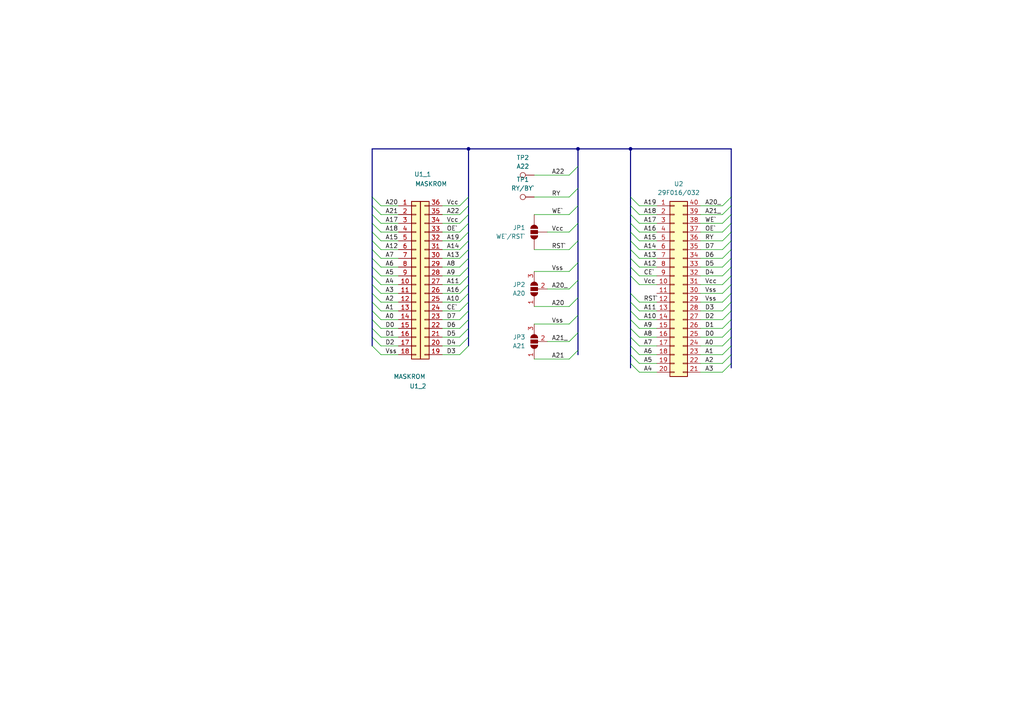
<source format=kicad_sch>
(kicad_sch
	(version 20250114)
	(generator "eeschema")
	(generator_version "9.0")
	(uuid "500d7855-d857-4ac1-b12c-6a9b413f6bf7")
	(paper "A4")
	(lib_symbols
		(symbol "Conn_01x18_1"
			(pin_names
				(offset 1.016)
				(hide yes)
			)
			(exclude_from_sim no)
			(in_bom yes)
			(on_board yes)
			(property "Reference" "U1_2"
				(at -0.508 29.464 0)
				(effects
					(font
						(size 1.27 1.27)
					)
					(justify left)
				)
			)
			(property "Value" "MASKROM"
				(at -0.254 26.67 0)
				(effects
					(font
						(size 1.27 1.27)
					)
					(justify left)
				)
			)
			(property "Footprint" ""
				(at 0 0 0)
				(effects
					(font
						(size 1.27 1.27)
					)
					(hide yes)
				)
			)
			(property "Datasheet" "~"
				(at 0 0 0)
				(effects
					(font
						(size 1.27 1.27)
					)
					(hide yes)
				)
			)
			(property "Description" "Generic connector, single row, 01x18, script generated (kicad-library-utils/schlib/autogen/connector/)"
				(at 0 0 0)
				(effects
					(font
						(size 1.27 1.27)
					)
					(hide yes)
				)
			)
			(property "ki_keywords" "connector"
				(at 0 0 0)
				(effects
					(font
						(size 1.27 1.27)
					)
					(hide yes)
				)
			)
			(property "ki_fp_filters" "Connector*:*_1x??_*"
				(at 0 0 0)
				(effects
					(font
						(size 1.27 1.27)
					)
					(hide yes)
				)
			)
			(symbol "Conn_01x18_1_1_1"
				(rectangle
					(start -1.27 21.59)
					(end 1.27 -24.13)
					(stroke
						(width 0.254)
						(type default)
					)
					(fill
						(type background)
					)
				)
				(rectangle
					(start -1.27 20.447)
					(end 0 20.193)
					(stroke
						(width 0.1524)
						(type default)
					)
					(fill
						(type none)
					)
				)
				(rectangle
					(start -1.27 17.907)
					(end 0 17.653)
					(stroke
						(width 0.1524)
						(type default)
					)
					(fill
						(type none)
					)
				)
				(rectangle
					(start -1.27 15.367)
					(end 0 15.113)
					(stroke
						(width 0.1524)
						(type default)
					)
					(fill
						(type none)
					)
				)
				(rectangle
					(start -1.27 12.827)
					(end 0 12.573)
					(stroke
						(width 0.1524)
						(type default)
					)
					(fill
						(type none)
					)
				)
				(rectangle
					(start -1.27 10.287)
					(end 0 10.033)
					(stroke
						(width 0.1524)
						(type default)
					)
					(fill
						(type none)
					)
				)
				(rectangle
					(start -1.27 7.747)
					(end 0 7.493)
					(stroke
						(width 0.1524)
						(type default)
					)
					(fill
						(type none)
					)
				)
				(rectangle
					(start -1.27 5.207)
					(end 0 4.953)
					(stroke
						(width 0.1524)
						(type default)
					)
					(fill
						(type none)
					)
				)
				(rectangle
					(start -1.27 2.667)
					(end 0 2.413)
					(stroke
						(width 0.1524)
						(type default)
					)
					(fill
						(type none)
					)
				)
				(rectangle
					(start -1.27 0.127)
					(end 0 -0.127)
					(stroke
						(width 0.1524)
						(type default)
					)
					(fill
						(type none)
					)
				)
				(rectangle
					(start -1.27 -2.413)
					(end 0 -2.667)
					(stroke
						(width 0.1524)
						(type default)
					)
					(fill
						(type none)
					)
				)
				(rectangle
					(start -1.27 -4.953)
					(end 0 -5.207)
					(stroke
						(width 0.1524)
						(type default)
					)
					(fill
						(type none)
					)
				)
				(rectangle
					(start -1.27 -7.493)
					(end 0 -7.747)
					(stroke
						(width 0.1524)
						(type default)
					)
					(fill
						(type none)
					)
				)
				(rectangle
					(start -1.27 -10.033)
					(end 0 -10.287)
					(stroke
						(width 0.1524)
						(type default)
					)
					(fill
						(type none)
					)
				)
				(rectangle
					(start -1.27 -12.573)
					(end 0 -12.827)
					(stroke
						(width 0.1524)
						(type default)
					)
					(fill
						(type none)
					)
				)
				(rectangle
					(start -1.27 -15.113)
					(end 0 -15.367)
					(stroke
						(width 0.1524)
						(type default)
					)
					(fill
						(type none)
					)
				)
				(rectangle
					(start -1.27 -17.653)
					(end 0 -17.907)
					(stroke
						(width 0.1524)
						(type default)
					)
					(fill
						(type none)
					)
				)
				(rectangle
					(start -1.27 -20.193)
					(end 0 -20.447)
					(stroke
						(width 0.1524)
						(type default)
					)
					(fill
						(type none)
					)
				)
				(rectangle
					(start -1.27 -22.733)
					(end 0 -22.987)
					(stroke
						(width 0.1524)
						(type default)
					)
					(fill
						(type none)
					)
				)
				(pin passive line
					(at -5.08 20.32 0)
					(length 3.81)
					(name "Pin_19"
						(effects
							(font
								(size 1.27 1.27)
							)
						)
					)
					(number "19"
						(effects
							(font
								(size 1.27 1.27)
							)
						)
					)
				)
				(pin passive line
					(at -5.08 17.78 0)
					(length 3.81)
					(name "Pin_20"
						(effects
							(font
								(size 1.27 1.27)
							)
						)
					)
					(number "20"
						(effects
							(font
								(size 1.27 1.27)
							)
						)
					)
				)
				(pin passive line
					(at -5.08 15.24 0)
					(length 3.81)
					(name "Pin_21"
						(effects
							(font
								(size 1.27 1.27)
							)
						)
					)
					(number "21"
						(effects
							(font
								(size 1.27 1.27)
							)
						)
					)
				)
				(pin passive line
					(at -5.08 12.7 0)
					(length 3.81)
					(name "Pin_22"
						(effects
							(font
								(size 1.27 1.27)
							)
						)
					)
					(number "22"
						(effects
							(font
								(size 1.27 1.27)
							)
						)
					)
				)
				(pin passive line
					(at -5.08 10.16 0)
					(length 3.81)
					(name "Pin_23"
						(effects
							(font
								(size 1.27 1.27)
							)
						)
					)
					(number "23"
						(effects
							(font
								(size 1.27 1.27)
							)
						)
					)
				)
				(pin passive line
					(at -5.08 7.62 0)
					(length 3.81)
					(name "Pin_24"
						(effects
							(font
								(size 1.27 1.27)
							)
						)
					)
					(number "24"
						(effects
							(font
								(size 1.27 1.27)
							)
						)
					)
				)
				(pin passive line
					(at -5.08 5.08 0)
					(length 3.81)
					(name "Pin_25"
						(effects
							(font
								(size 1.27 1.27)
							)
						)
					)
					(number "25"
						(effects
							(font
								(size 1.27 1.27)
							)
						)
					)
				)
				(pin passive line
					(at -5.08 2.54 0)
					(length 3.81)
					(name "Pin_26"
						(effects
							(font
								(size 1.27 1.27)
							)
						)
					)
					(number "26"
						(effects
							(font
								(size 1.27 1.27)
							)
						)
					)
				)
				(pin passive line
					(at -5.08 0 0)
					(length 3.81)
					(name "Pin_27"
						(effects
							(font
								(size 1.27 1.27)
							)
						)
					)
					(number "27"
						(effects
							(font
								(size 1.27 1.27)
							)
						)
					)
				)
				(pin passive line
					(at -5.08 -2.54 0)
					(length 3.81)
					(name "Pin_28"
						(effects
							(font
								(size 1.27 1.27)
							)
						)
					)
					(number "28"
						(effects
							(font
								(size 1.27 1.27)
							)
						)
					)
				)
				(pin passive line
					(at -5.08 -5.08 0)
					(length 3.81)
					(name "Pin_29"
						(effects
							(font
								(size 1.27 1.27)
							)
						)
					)
					(number "29"
						(effects
							(font
								(size 1.27 1.27)
							)
						)
					)
				)
				(pin passive line
					(at -5.08 -7.62 0)
					(length 3.81)
					(name "Pin_30"
						(effects
							(font
								(size 1.27 1.27)
							)
						)
					)
					(number "30"
						(effects
							(font
								(size 1.27 1.27)
							)
						)
					)
				)
				(pin passive line
					(at -5.08 -10.16 0)
					(length 3.81)
					(name "Pin_31"
						(effects
							(font
								(size 1.27 1.27)
							)
						)
					)
					(number "31"
						(effects
							(font
								(size 1.27 1.27)
							)
						)
					)
				)
				(pin passive line
					(at -5.08 -12.7 0)
					(length 3.81)
					(name "Pin_32"
						(effects
							(font
								(size 1.27 1.27)
							)
						)
					)
					(number "32"
						(effects
							(font
								(size 1.27 1.27)
							)
						)
					)
				)
				(pin passive line
					(at -5.08 -15.24 0)
					(length 3.81)
					(name "Pin_33"
						(effects
							(font
								(size 1.27 1.27)
							)
						)
					)
					(number "33"
						(effects
							(font
								(size 1.27 1.27)
							)
						)
					)
				)
				(pin passive line
					(at -5.08 -17.78 0)
					(length 3.81)
					(name "Pin_34"
						(effects
							(font
								(size 1.27 1.27)
							)
						)
					)
					(number "34"
						(effects
							(font
								(size 1.27 1.27)
							)
						)
					)
				)
				(pin passive line
					(at -5.08 -20.32 0)
					(length 3.81)
					(name "Pin_35"
						(effects
							(font
								(size 1.27 1.27)
							)
						)
					)
					(number "35"
						(effects
							(font
								(size 1.27 1.27)
							)
						)
					)
				)
				(pin passive line
					(at -5.08 -22.86 0)
					(length 3.81)
					(name "Pin_36"
						(effects
							(font
								(size 1.27 1.27)
							)
						)
					)
					(number "36"
						(effects
							(font
								(size 1.27 1.27)
							)
						)
					)
				)
			)
			(embedded_fonts no)
		)
		(symbol "Connector:TestPoint"
			(pin_numbers
				(hide yes)
			)
			(pin_names
				(offset 0.762)
				(hide yes)
			)
			(exclude_from_sim no)
			(in_bom yes)
			(on_board yes)
			(property "Reference" "TP"
				(at 0 6.858 0)
				(effects
					(font
						(size 1.27 1.27)
					)
				)
			)
			(property "Value" "TestPoint"
				(at 0 5.08 0)
				(effects
					(font
						(size 1.27 1.27)
					)
				)
			)
			(property "Footprint" ""
				(at 5.08 0 0)
				(effects
					(font
						(size 1.27 1.27)
					)
					(hide yes)
				)
			)
			(property "Datasheet" "~"
				(at 5.08 0 0)
				(effects
					(font
						(size 1.27 1.27)
					)
					(hide yes)
				)
			)
			(property "Description" "test point"
				(at 0 0 0)
				(effects
					(font
						(size 1.27 1.27)
					)
					(hide yes)
				)
			)
			(property "ki_keywords" "test point tp"
				(at 0 0 0)
				(effects
					(font
						(size 1.27 1.27)
					)
					(hide yes)
				)
			)
			(property "ki_fp_filters" "Pin* Test*"
				(at 0 0 0)
				(effects
					(font
						(size 1.27 1.27)
					)
					(hide yes)
				)
			)
			(symbol "TestPoint_0_1"
				(circle
					(center 0 3.302)
					(radius 0.762)
					(stroke
						(width 0)
						(type default)
					)
					(fill
						(type none)
					)
				)
			)
			(symbol "TestPoint_1_1"
				(pin passive line
					(at 0 0 90)
					(length 2.54)
					(name "1"
						(effects
							(font
								(size 1.27 1.27)
							)
						)
					)
					(number "1"
						(effects
							(font
								(size 1.27 1.27)
							)
						)
					)
				)
			)
			(embedded_fonts no)
		)
		(symbol "Connector_Generic:Conn_01x18"
			(pin_names
				(offset 1.016)
				(hide yes)
			)
			(exclude_from_sim no)
			(in_bom yes)
			(on_board yes)
			(property "Reference" "J"
				(at 0 22.86 0)
				(effects
					(font
						(size 1.27 1.27)
					)
				)
			)
			(property "Value" "Conn_01x18"
				(at 0 -25.4 0)
				(effects
					(font
						(size 1.27 1.27)
					)
				)
			)
			(property "Footprint" ""
				(at 0 0 0)
				(effects
					(font
						(size 1.27 1.27)
					)
					(hide yes)
				)
			)
			(property "Datasheet" "~"
				(at 0 0 0)
				(effects
					(font
						(size 1.27 1.27)
					)
					(hide yes)
				)
			)
			(property "Description" "Generic connector, single row, 01x18, script generated (kicad-library-utils/schlib/autogen/connector/)"
				(at 0 0 0)
				(effects
					(font
						(size 1.27 1.27)
					)
					(hide yes)
				)
			)
			(property "ki_keywords" "connector"
				(at 0 0 0)
				(effects
					(font
						(size 1.27 1.27)
					)
					(hide yes)
				)
			)
			(property "ki_fp_filters" "Connector*:*_1x??_*"
				(at 0 0 0)
				(effects
					(font
						(size 1.27 1.27)
					)
					(hide yes)
				)
			)
			(symbol "Conn_01x18_1_1"
				(rectangle
					(start -1.27 21.59)
					(end 1.27 -24.13)
					(stroke
						(width 0.254)
						(type default)
					)
					(fill
						(type background)
					)
				)
				(rectangle
					(start -1.27 20.447)
					(end 0 20.193)
					(stroke
						(width 0.1524)
						(type default)
					)
					(fill
						(type none)
					)
				)
				(rectangle
					(start -1.27 17.907)
					(end 0 17.653)
					(stroke
						(width 0.1524)
						(type default)
					)
					(fill
						(type none)
					)
				)
				(rectangle
					(start -1.27 15.367)
					(end 0 15.113)
					(stroke
						(width 0.1524)
						(type default)
					)
					(fill
						(type none)
					)
				)
				(rectangle
					(start -1.27 12.827)
					(end 0 12.573)
					(stroke
						(width 0.1524)
						(type default)
					)
					(fill
						(type none)
					)
				)
				(rectangle
					(start -1.27 10.287)
					(end 0 10.033)
					(stroke
						(width 0.1524)
						(type default)
					)
					(fill
						(type none)
					)
				)
				(rectangle
					(start -1.27 7.747)
					(end 0 7.493)
					(stroke
						(width 0.1524)
						(type default)
					)
					(fill
						(type none)
					)
				)
				(rectangle
					(start -1.27 5.207)
					(end 0 4.953)
					(stroke
						(width 0.1524)
						(type default)
					)
					(fill
						(type none)
					)
				)
				(rectangle
					(start -1.27 2.667)
					(end 0 2.413)
					(stroke
						(width 0.1524)
						(type default)
					)
					(fill
						(type none)
					)
				)
				(rectangle
					(start -1.27 0.127)
					(end 0 -0.127)
					(stroke
						(width 0.1524)
						(type default)
					)
					(fill
						(type none)
					)
				)
				(rectangle
					(start -1.27 -2.413)
					(end 0 -2.667)
					(stroke
						(width 0.1524)
						(type default)
					)
					(fill
						(type none)
					)
				)
				(rectangle
					(start -1.27 -4.953)
					(end 0 -5.207)
					(stroke
						(width 0.1524)
						(type default)
					)
					(fill
						(type none)
					)
				)
				(rectangle
					(start -1.27 -7.493)
					(end 0 -7.747)
					(stroke
						(width 0.1524)
						(type default)
					)
					(fill
						(type none)
					)
				)
				(rectangle
					(start -1.27 -10.033)
					(end 0 -10.287)
					(stroke
						(width 0.1524)
						(type default)
					)
					(fill
						(type none)
					)
				)
				(rectangle
					(start -1.27 -12.573)
					(end 0 -12.827)
					(stroke
						(width 0.1524)
						(type default)
					)
					(fill
						(type none)
					)
				)
				(rectangle
					(start -1.27 -15.113)
					(end 0 -15.367)
					(stroke
						(width 0.1524)
						(type default)
					)
					(fill
						(type none)
					)
				)
				(rectangle
					(start -1.27 -17.653)
					(end 0 -17.907)
					(stroke
						(width 0.1524)
						(type default)
					)
					(fill
						(type none)
					)
				)
				(rectangle
					(start -1.27 -20.193)
					(end 0 -20.447)
					(stroke
						(width 0.1524)
						(type default)
					)
					(fill
						(type none)
					)
				)
				(rectangle
					(start -1.27 -22.733)
					(end 0 -22.987)
					(stroke
						(width 0.1524)
						(type default)
					)
					(fill
						(type none)
					)
				)
				(pin passive line
					(at -5.08 20.32 0)
					(length 3.81)
					(name "Pin_1"
						(effects
							(font
								(size 1.27 1.27)
							)
						)
					)
					(number "1"
						(effects
							(font
								(size 1.27 1.27)
							)
						)
					)
				)
				(pin passive line
					(at -5.08 17.78 0)
					(length 3.81)
					(name "Pin_2"
						(effects
							(font
								(size 1.27 1.27)
							)
						)
					)
					(number "2"
						(effects
							(font
								(size 1.27 1.27)
							)
						)
					)
				)
				(pin passive line
					(at -5.08 15.24 0)
					(length 3.81)
					(name "Pin_3"
						(effects
							(font
								(size 1.27 1.27)
							)
						)
					)
					(number "3"
						(effects
							(font
								(size 1.27 1.27)
							)
						)
					)
				)
				(pin passive line
					(at -5.08 12.7 0)
					(length 3.81)
					(name "Pin_4"
						(effects
							(font
								(size 1.27 1.27)
							)
						)
					)
					(number "4"
						(effects
							(font
								(size 1.27 1.27)
							)
						)
					)
				)
				(pin passive line
					(at -5.08 10.16 0)
					(length 3.81)
					(name "Pin_5"
						(effects
							(font
								(size 1.27 1.27)
							)
						)
					)
					(number "5"
						(effects
							(font
								(size 1.27 1.27)
							)
						)
					)
				)
				(pin passive line
					(at -5.08 7.62 0)
					(length 3.81)
					(name "Pin_6"
						(effects
							(font
								(size 1.27 1.27)
							)
						)
					)
					(number "6"
						(effects
							(font
								(size 1.27 1.27)
							)
						)
					)
				)
				(pin passive line
					(at -5.08 5.08 0)
					(length 3.81)
					(name "Pin_7"
						(effects
							(font
								(size 1.27 1.27)
							)
						)
					)
					(number "7"
						(effects
							(font
								(size 1.27 1.27)
							)
						)
					)
				)
				(pin passive line
					(at -5.08 2.54 0)
					(length 3.81)
					(name "Pin_8"
						(effects
							(font
								(size 1.27 1.27)
							)
						)
					)
					(number "8"
						(effects
							(font
								(size 1.27 1.27)
							)
						)
					)
				)
				(pin passive line
					(at -5.08 0 0)
					(length 3.81)
					(name "Pin_9"
						(effects
							(font
								(size 1.27 1.27)
							)
						)
					)
					(number "9"
						(effects
							(font
								(size 1.27 1.27)
							)
						)
					)
				)
				(pin passive line
					(at -5.08 -2.54 0)
					(length 3.81)
					(name "Pin_10"
						(effects
							(font
								(size 1.27 1.27)
							)
						)
					)
					(number "10"
						(effects
							(font
								(size 1.27 1.27)
							)
						)
					)
				)
				(pin passive line
					(at -5.08 -5.08 0)
					(length 3.81)
					(name "Pin_11"
						(effects
							(font
								(size 1.27 1.27)
							)
						)
					)
					(number "11"
						(effects
							(font
								(size 1.27 1.27)
							)
						)
					)
				)
				(pin passive line
					(at -5.08 -7.62 0)
					(length 3.81)
					(name "Pin_12"
						(effects
							(font
								(size 1.27 1.27)
							)
						)
					)
					(number "12"
						(effects
							(font
								(size 1.27 1.27)
							)
						)
					)
				)
				(pin passive line
					(at -5.08 -10.16 0)
					(length 3.81)
					(name "Pin_13"
						(effects
							(font
								(size 1.27 1.27)
							)
						)
					)
					(number "13"
						(effects
							(font
								(size 1.27 1.27)
							)
						)
					)
				)
				(pin passive line
					(at -5.08 -12.7 0)
					(length 3.81)
					(name "Pin_14"
						(effects
							(font
								(size 1.27 1.27)
							)
						)
					)
					(number "14"
						(effects
							(font
								(size 1.27 1.27)
							)
						)
					)
				)
				(pin passive line
					(at -5.08 -15.24 0)
					(length 3.81)
					(name "Pin_15"
						(effects
							(font
								(size 1.27 1.27)
							)
						)
					)
					(number "15"
						(effects
							(font
								(size 1.27 1.27)
							)
						)
					)
				)
				(pin passive line
					(at -5.08 -17.78 0)
					(length 3.81)
					(name "Pin_16"
						(effects
							(font
								(size 1.27 1.27)
							)
						)
					)
					(number "16"
						(effects
							(font
								(size 1.27 1.27)
							)
						)
					)
				)
				(pin passive line
					(at -5.08 -20.32 0)
					(length 3.81)
					(name "Pin_17"
						(effects
							(font
								(size 1.27 1.27)
							)
						)
					)
					(number "17"
						(effects
							(font
								(size 1.27 1.27)
							)
						)
					)
				)
				(pin passive line
					(at -5.08 -22.86 0)
					(length 3.81)
					(name "Pin_18"
						(effects
							(font
								(size 1.27 1.27)
							)
						)
					)
					(number "18"
						(effects
							(font
								(size 1.27 1.27)
							)
						)
					)
				)
			)
			(embedded_fonts no)
		)
		(symbol "Connector_Generic:Conn_02x20_Counter_Clockwise"
			(pin_names
				(offset 1.016)
				(hide yes)
			)
			(exclude_from_sim no)
			(in_bom yes)
			(on_board yes)
			(property "Reference" "J"
				(at 1.27 25.4 0)
				(effects
					(font
						(size 1.27 1.27)
					)
				)
			)
			(property "Value" "Conn_02x20_Counter_Clockwise"
				(at 1.27 -27.94 0)
				(effects
					(font
						(size 1.27 1.27)
					)
				)
			)
			(property "Footprint" ""
				(at 0 0 0)
				(effects
					(font
						(size 1.27 1.27)
					)
					(hide yes)
				)
			)
			(property "Datasheet" "~"
				(at 0 0 0)
				(effects
					(font
						(size 1.27 1.27)
					)
					(hide yes)
				)
			)
			(property "Description" "Generic connector, double row, 02x20, counter clockwise pin numbering scheme (similar to DIP package numbering), script generated (kicad-library-utils/schlib/autogen/connector/)"
				(at 0 0 0)
				(effects
					(font
						(size 1.27 1.27)
					)
					(hide yes)
				)
			)
			(property "ki_keywords" "connector"
				(at 0 0 0)
				(effects
					(font
						(size 1.27 1.27)
					)
					(hide yes)
				)
			)
			(property "ki_fp_filters" "Connector*:*_2x??_*"
				(at 0 0 0)
				(effects
					(font
						(size 1.27 1.27)
					)
					(hide yes)
				)
			)
			(symbol "Conn_02x20_Counter_Clockwise_1_1"
				(rectangle
					(start -1.27 24.13)
					(end 3.81 -26.67)
					(stroke
						(width 0.254)
						(type default)
					)
					(fill
						(type background)
					)
				)
				(rectangle
					(start -1.27 22.987)
					(end 0 22.733)
					(stroke
						(width 0.1524)
						(type default)
					)
					(fill
						(type none)
					)
				)
				(rectangle
					(start -1.27 20.447)
					(end 0 20.193)
					(stroke
						(width 0.1524)
						(type default)
					)
					(fill
						(type none)
					)
				)
				(rectangle
					(start -1.27 17.907)
					(end 0 17.653)
					(stroke
						(width 0.1524)
						(type default)
					)
					(fill
						(type none)
					)
				)
				(rectangle
					(start -1.27 15.367)
					(end 0 15.113)
					(stroke
						(width 0.1524)
						(type default)
					)
					(fill
						(type none)
					)
				)
				(rectangle
					(start -1.27 12.827)
					(end 0 12.573)
					(stroke
						(width 0.1524)
						(type default)
					)
					(fill
						(type none)
					)
				)
				(rectangle
					(start -1.27 10.287)
					(end 0 10.033)
					(stroke
						(width 0.1524)
						(type default)
					)
					(fill
						(type none)
					)
				)
				(rectangle
					(start -1.27 7.747)
					(end 0 7.493)
					(stroke
						(width 0.1524)
						(type default)
					)
					(fill
						(type none)
					)
				)
				(rectangle
					(start -1.27 5.207)
					(end 0 4.953)
					(stroke
						(width 0.1524)
						(type default)
					)
					(fill
						(type none)
					)
				)
				(rectangle
					(start -1.27 2.667)
					(end 0 2.413)
					(stroke
						(width 0.1524)
						(type default)
					)
					(fill
						(type none)
					)
				)
				(rectangle
					(start -1.27 0.127)
					(end 0 -0.127)
					(stroke
						(width 0.1524)
						(type default)
					)
					(fill
						(type none)
					)
				)
				(rectangle
					(start -1.27 -2.413)
					(end 0 -2.667)
					(stroke
						(width 0.1524)
						(type default)
					)
					(fill
						(type none)
					)
				)
				(rectangle
					(start -1.27 -4.953)
					(end 0 -5.207)
					(stroke
						(width 0.1524)
						(type default)
					)
					(fill
						(type none)
					)
				)
				(rectangle
					(start -1.27 -7.493)
					(end 0 -7.747)
					(stroke
						(width 0.1524)
						(type default)
					)
					(fill
						(type none)
					)
				)
				(rectangle
					(start -1.27 -10.033)
					(end 0 -10.287)
					(stroke
						(width 0.1524)
						(type default)
					)
					(fill
						(type none)
					)
				)
				(rectangle
					(start -1.27 -12.573)
					(end 0 -12.827)
					(stroke
						(width 0.1524)
						(type default)
					)
					(fill
						(type none)
					)
				)
				(rectangle
					(start -1.27 -15.113)
					(end 0 -15.367)
					(stroke
						(width 0.1524)
						(type default)
					)
					(fill
						(type none)
					)
				)
				(rectangle
					(start -1.27 -17.653)
					(end 0 -17.907)
					(stroke
						(width 0.1524)
						(type default)
					)
					(fill
						(type none)
					)
				)
				(rectangle
					(start -1.27 -20.193)
					(end 0 -20.447)
					(stroke
						(width 0.1524)
						(type default)
					)
					(fill
						(type none)
					)
				)
				(rectangle
					(start -1.27 -22.733)
					(end 0 -22.987)
					(stroke
						(width 0.1524)
						(type default)
					)
					(fill
						(type none)
					)
				)
				(rectangle
					(start -1.27 -25.273)
					(end 0 -25.527)
					(stroke
						(width 0.1524)
						(type default)
					)
					(fill
						(type none)
					)
				)
				(rectangle
					(start 3.81 22.987)
					(end 2.54 22.733)
					(stroke
						(width 0.1524)
						(type default)
					)
					(fill
						(type none)
					)
				)
				(rectangle
					(start 3.81 20.447)
					(end 2.54 20.193)
					(stroke
						(width 0.1524)
						(type default)
					)
					(fill
						(type none)
					)
				)
				(rectangle
					(start 3.81 17.907)
					(end 2.54 17.653)
					(stroke
						(width 0.1524)
						(type default)
					)
					(fill
						(type none)
					)
				)
				(rectangle
					(start 3.81 15.367)
					(end 2.54 15.113)
					(stroke
						(width 0.1524)
						(type default)
					)
					(fill
						(type none)
					)
				)
				(rectangle
					(start 3.81 12.827)
					(end 2.54 12.573)
					(stroke
						(width 0.1524)
						(type default)
					)
					(fill
						(type none)
					)
				)
				(rectangle
					(start 3.81 10.287)
					(end 2.54 10.033)
					(stroke
						(width 0.1524)
						(type default)
					)
					(fill
						(type none)
					)
				)
				(rectangle
					(start 3.81 7.747)
					(end 2.54 7.493)
					(stroke
						(width 0.1524)
						(type default)
					)
					(fill
						(type none)
					)
				)
				(rectangle
					(start 3.81 5.207)
					(end 2.54 4.953)
					(stroke
						(width 0.1524)
						(type default)
					)
					(fill
						(type none)
					)
				)
				(rectangle
					(start 3.81 2.667)
					(end 2.54 2.413)
					(stroke
						(width 0.1524)
						(type default)
					)
					(fill
						(type none)
					)
				)
				(rectangle
					(start 3.81 0.127)
					(end 2.54 -0.127)
					(stroke
						(width 0.1524)
						(type default)
					)
					(fill
						(type none)
					)
				)
				(rectangle
					(start 3.81 -2.413)
					(end 2.54 -2.667)
					(stroke
						(width 0.1524)
						(type default)
					)
					(fill
						(type none)
					)
				)
				(rectangle
					(start 3.81 -4.953)
					(end 2.54 -5.207)
					(stroke
						(width 0.1524)
						(type default)
					)
					(fill
						(type none)
					)
				)
				(rectangle
					(start 3.81 -7.493)
					(end 2.54 -7.747)
					(stroke
						(width 0.1524)
						(type default)
					)
					(fill
						(type none)
					)
				)
				(rectangle
					(start 3.81 -10.033)
					(end 2.54 -10.287)
					(stroke
						(width 0.1524)
						(type default)
					)
					(fill
						(type none)
					)
				)
				(rectangle
					(start 3.81 -12.573)
					(end 2.54 -12.827)
					(stroke
						(width 0.1524)
						(type default)
					)
					(fill
						(type none)
					)
				)
				(rectangle
					(start 3.81 -15.113)
					(end 2.54 -15.367)
					(stroke
						(width 0.1524)
						(type default)
					)
					(fill
						(type none)
					)
				)
				(rectangle
					(start 3.81 -17.653)
					(end 2.54 -17.907)
					(stroke
						(width 0.1524)
						(type default)
					)
					(fill
						(type none)
					)
				)
				(rectangle
					(start 3.81 -20.193)
					(end 2.54 -20.447)
					(stroke
						(width 0.1524)
						(type default)
					)
					(fill
						(type none)
					)
				)
				(rectangle
					(start 3.81 -22.733)
					(end 2.54 -22.987)
					(stroke
						(width 0.1524)
						(type default)
					)
					(fill
						(type none)
					)
				)
				(rectangle
					(start 3.81 -25.273)
					(end 2.54 -25.527)
					(stroke
						(width 0.1524)
						(type default)
					)
					(fill
						(type none)
					)
				)
				(pin passive line
					(at -5.08 22.86 0)
					(length 3.81)
					(name "Pin_1"
						(effects
							(font
								(size 1.27 1.27)
							)
						)
					)
					(number "1"
						(effects
							(font
								(size 1.27 1.27)
							)
						)
					)
				)
				(pin passive line
					(at -5.08 20.32 0)
					(length 3.81)
					(name "Pin_2"
						(effects
							(font
								(size 1.27 1.27)
							)
						)
					)
					(number "2"
						(effects
							(font
								(size 1.27 1.27)
							)
						)
					)
				)
				(pin passive line
					(at -5.08 17.78 0)
					(length 3.81)
					(name "Pin_3"
						(effects
							(font
								(size 1.27 1.27)
							)
						)
					)
					(number "3"
						(effects
							(font
								(size 1.27 1.27)
							)
						)
					)
				)
				(pin passive line
					(at -5.08 15.24 0)
					(length 3.81)
					(name "Pin_4"
						(effects
							(font
								(size 1.27 1.27)
							)
						)
					)
					(number "4"
						(effects
							(font
								(size 1.27 1.27)
							)
						)
					)
				)
				(pin passive line
					(at -5.08 12.7 0)
					(length 3.81)
					(name "Pin_5"
						(effects
							(font
								(size 1.27 1.27)
							)
						)
					)
					(number "5"
						(effects
							(font
								(size 1.27 1.27)
							)
						)
					)
				)
				(pin passive line
					(at -5.08 10.16 0)
					(length 3.81)
					(name "Pin_6"
						(effects
							(font
								(size 1.27 1.27)
							)
						)
					)
					(number "6"
						(effects
							(font
								(size 1.27 1.27)
							)
						)
					)
				)
				(pin passive line
					(at -5.08 7.62 0)
					(length 3.81)
					(name "Pin_7"
						(effects
							(font
								(size 1.27 1.27)
							)
						)
					)
					(number "7"
						(effects
							(font
								(size 1.27 1.27)
							)
						)
					)
				)
				(pin passive line
					(at -5.08 5.08 0)
					(length 3.81)
					(name "Pin_8"
						(effects
							(font
								(size 1.27 1.27)
							)
						)
					)
					(number "8"
						(effects
							(font
								(size 1.27 1.27)
							)
						)
					)
				)
				(pin passive line
					(at -5.08 2.54 0)
					(length 3.81)
					(name "Pin_9"
						(effects
							(font
								(size 1.27 1.27)
							)
						)
					)
					(number "9"
						(effects
							(font
								(size 1.27 1.27)
							)
						)
					)
				)
				(pin passive line
					(at -5.08 0 0)
					(length 3.81)
					(name "Pin_10"
						(effects
							(font
								(size 1.27 1.27)
							)
						)
					)
					(number "10"
						(effects
							(font
								(size 1.27 1.27)
							)
						)
					)
				)
				(pin passive line
					(at -5.08 -2.54 0)
					(length 3.81)
					(name "Pin_11"
						(effects
							(font
								(size 1.27 1.27)
							)
						)
					)
					(number "11"
						(effects
							(font
								(size 1.27 1.27)
							)
						)
					)
				)
				(pin passive line
					(at -5.08 -5.08 0)
					(length 3.81)
					(name "Pin_12"
						(effects
							(font
								(size 1.27 1.27)
							)
						)
					)
					(number "12"
						(effects
							(font
								(size 1.27 1.27)
							)
						)
					)
				)
				(pin passive line
					(at -5.08 -7.62 0)
					(length 3.81)
					(name "Pin_13"
						(effects
							(font
								(size 1.27 1.27)
							)
						)
					)
					(number "13"
						(effects
							(font
								(size 1.27 1.27)
							)
						)
					)
				)
				(pin passive line
					(at -5.08 -10.16 0)
					(length 3.81)
					(name "Pin_14"
						(effects
							(font
								(size 1.27 1.27)
							)
						)
					)
					(number "14"
						(effects
							(font
								(size 1.27 1.27)
							)
						)
					)
				)
				(pin passive line
					(at -5.08 -12.7 0)
					(length 3.81)
					(name "Pin_15"
						(effects
							(font
								(size 1.27 1.27)
							)
						)
					)
					(number "15"
						(effects
							(font
								(size 1.27 1.27)
							)
						)
					)
				)
				(pin passive line
					(at -5.08 -15.24 0)
					(length 3.81)
					(name "Pin_16"
						(effects
							(font
								(size 1.27 1.27)
							)
						)
					)
					(number "16"
						(effects
							(font
								(size 1.27 1.27)
							)
						)
					)
				)
				(pin passive line
					(at -5.08 -17.78 0)
					(length 3.81)
					(name "Pin_17"
						(effects
							(font
								(size 1.27 1.27)
							)
						)
					)
					(number "17"
						(effects
							(font
								(size 1.27 1.27)
							)
						)
					)
				)
				(pin passive line
					(at -5.08 -20.32 0)
					(length 3.81)
					(name "Pin_18"
						(effects
							(font
								(size 1.27 1.27)
							)
						)
					)
					(number "18"
						(effects
							(font
								(size 1.27 1.27)
							)
						)
					)
				)
				(pin passive line
					(at -5.08 -22.86 0)
					(length 3.81)
					(name "Pin_19"
						(effects
							(font
								(size 1.27 1.27)
							)
						)
					)
					(number "19"
						(effects
							(font
								(size 1.27 1.27)
							)
						)
					)
				)
				(pin passive line
					(at -5.08 -25.4 0)
					(length 3.81)
					(name "Pin_20"
						(effects
							(font
								(size 1.27 1.27)
							)
						)
					)
					(number "20"
						(effects
							(font
								(size 1.27 1.27)
							)
						)
					)
				)
				(pin passive line
					(at 7.62 22.86 180)
					(length 3.81)
					(name "Pin_40"
						(effects
							(font
								(size 1.27 1.27)
							)
						)
					)
					(number "40"
						(effects
							(font
								(size 1.27 1.27)
							)
						)
					)
				)
				(pin passive line
					(at 7.62 20.32 180)
					(length 3.81)
					(name "Pin_39"
						(effects
							(font
								(size 1.27 1.27)
							)
						)
					)
					(number "39"
						(effects
							(font
								(size 1.27 1.27)
							)
						)
					)
				)
				(pin passive line
					(at 7.62 17.78 180)
					(length 3.81)
					(name "Pin_38"
						(effects
							(font
								(size 1.27 1.27)
							)
						)
					)
					(number "38"
						(effects
							(font
								(size 1.27 1.27)
							)
						)
					)
				)
				(pin passive line
					(at 7.62 15.24 180)
					(length 3.81)
					(name "Pin_37"
						(effects
							(font
								(size 1.27 1.27)
							)
						)
					)
					(number "37"
						(effects
							(font
								(size 1.27 1.27)
							)
						)
					)
				)
				(pin passive line
					(at 7.62 12.7 180)
					(length 3.81)
					(name "Pin_36"
						(effects
							(font
								(size 1.27 1.27)
							)
						)
					)
					(number "36"
						(effects
							(font
								(size 1.27 1.27)
							)
						)
					)
				)
				(pin passive line
					(at 7.62 10.16 180)
					(length 3.81)
					(name "Pin_35"
						(effects
							(font
								(size 1.27 1.27)
							)
						)
					)
					(number "35"
						(effects
							(font
								(size 1.27 1.27)
							)
						)
					)
				)
				(pin passive line
					(at 7.62 7.62 180)
					(length 3.81)
					(name "Pin_34"
						(effects
							(font
								(size 1.27 1.27)
							)
						)
					)
					(number "34"
						(effects
							(font
								(size 1.27 1.27)
							)
						)
					)
				)
				(pin passive line
					(at 7.62 5.08 180)
					(length 3.81)
					(name "Pin_33"
						(effects
							(font
								(size 1.27 1.27)
							)
						)
					)
					(number "33"
						(effects
							(font
								(size 1.27 1.27)
							)
						)
					)
				)
				(pin passive line
					(at 7.62 2.54 180)
					(length 3.81)
					(name "Pin_32"
						(effects
							(font
								(size 1.27 1.27)
							)
						)
					)
					(number "32"
						(effects
							(font
								(size 1.27 1.27)
							)
						)
					)
				)
				(pin passive line
					(at 7.62 0 180)
					(length 3.81)
					(name "Pin_31"
						(effects
							(font
								(size 1.27 1.27)
							)
						)
					)
					(number "31"
						(effects
							(font
								(size 1.27 1.27)
							)
						)
					)
				)
				(pin passive line
					(at 7.62 -2.54 180)
					(length 3.81)
					(name "Pin_30"
						(effects
							(font
								(size 1.27 1.27)
							)
						)
					)
					(number "30"
						(effects
							(font
								(size 1.27 1.27)
							)
						)
					)
				)
				(pin passive line
					(at 7.62 -5.08 180)
					(length 3.81)
					(name "Pin_29"
						(effects
							(font
								(size 1.27 1.27)
							)
						)
					)
					(number "29"
						(effects
							(font
								(size 1.27 1.27)
							)
						)
					)
				)
				(pin passive line
					(at 7.62 -7.62 180)
					(length 3.81)
					(name "Pin_28"
						(effects
							(font
								(size 1.27 1.27)
							)
						)
					)
					(number "28"
						(effects
							(font
								(size 1.27 1.27)
							)
						)
					)
				)
				(pin passive line
					(at 7.62 -10.16 180)
					(length 3.81)
					(name "Pin_27"
						(effects
							(font
								(size 1.27 1.27)
							)
						)
					)
					(number "27"
						(effects
							(font
								(size 1.27 1.27)
							)
						)
					)
				)
				(pin passive line
					(at 7.62 -12.7 180)
					(length 3.81)
					(name "Pin_26"
						(effects
							(font
								(size 1.27 1.27)
							)
						)
					)
					(number "26"
						(effects
							(font
								(size 1.27 1.27)
							)
						)
					)
				)
				(pin passive line
					(at 7.62 -15.24 180)
					(length 3.81)
					(name "Pin_25"
						(effects
							(font
								(size 1.27 1.27)
							)
						)
					)
					(number "25"
						(effects
							(font
								(size 1.27 1.27)
							)
						)
					)
				)
				(pin passive line
					(at 7.62 -17.78 180)
					(length 3.81)
					(name "Pin_24"
						(effects
							(font
								(size 1.27 1.27)
							)
						)
					)
					(number "24"
						(effects
							(font
								(size 1.27 1.27)
							)
						)
					)
				)
				(pin passive line
					(at 7.62 -20.32 180)
					(length 3.81)
					(name "Pin_23"
						(effects
							(font
								(size 1.27 1.27)
							)
						)
					)
					(number "23"
						(effects
							(font
								(size 1.27 1.27)
							)
						)
					)
				)
				(pin passive line
					(at 7.62 -22.86 180)
					(length 3.81)
					(name "Pin_22"
						(effects
							(font
								(size 1.27 1.27)
							)
						)
					)
					(number "22"
						(effects
							(font
								(size 1.27 1.27)
							)
						)
					)
				)
				(pin passive line
					(at 7.62 -25.4 180)
					(length 3.81)
					(name "Pin_21"
						(effects
							(font
								(size 1.27 1.27)
							)
						)
					)
					(number "21"
						(effects
							(font
								(size 1.27 1.27)
							)
						)
					)
				)
			)
			(embedded_fonts no)
		)
		(symbol "Jumper:SolderJumper_3_Open"
			(pin_numbers
				(hide yes)
			)
			(pin_names
				(offset 0)
				(hide yes)
			)
			(exclude_from_sim no)
			(in_bom no)
			(on_board yes)
			(property "Reference" "JP"
				(at -2.54 -2.54 0)
				(effects
					(font
						(size 1.27 1.27)
					)
				)
			)
			(property "Value" "SolderJumper_3_Open"
				(at 0 2.794 0)
				(effects
					(font
						(size 1.27 1.27)
					)
				)
			)
			(property "Footprint" ""
				(at 0 0 0)
				(effects
					(font
						(size 1.27 1.27)
					)
					(hide yes)
				)
			)
			(property "Datasheet" "~"
				(at 0 0 0)
				(effects
					(font
						(size 1.27 1.27)
					)
					(hide yes)
				)
			)
			(property "Description" "Solder Jumper, 3-pole, open"
				(at 0 0 0)
				(effects
					(font
						(size 1.27 1.27)
					)
					(hide yes)
				)
			)
			(property "ki_keywords" "Solder Jumper SPDT"
				(at 0 0 0)
				(effects
					(font
						(size 1.27 1.27)
					)
					(hide yes)
				)
			)
			(property "ki_fp_filters" "SolderJumper*Open*"
				(at 0 0 0)
				(effects
					(font
						(size 1.27 1.27)
					)
					(hide yes)
				)
			)
			(symbol "SolderJumper_3_Open_0_1"
				(polyline
					(pts
						(xy -2.54 0) (xy -2.032 0)
					)
					(stroke
						(width 0)
						(type default)
					)
					(fill
						(type none)
					)
				)
				(polyline
					(pts
						(xy -1.016 1.016) (xy -1.016 -1.016)
					)
					(stroke
						(width 0)
						(type default)
					)
					(fill
						(type none)
					)
				)
				(arc
					(start -1.016 -1.016)
					(mid -2.0276 0)
					(end -1.016 1.016)
					(stroke
						(width 0)
						(type default)
					)
					(fill
						(type none)
					)
				)
				(arc
					(start -1.016 -1.016)
					(mid -2.0276 0)
					(end -1.016 1.016)
					(stroke
						(width 0)
						(type default)
					)
					(fill
						(type outline)
					)
				)
				(rectangle
					(start -0.508 1.016)
					(end 0.508 -1.016)
					(stroke
						(width 0)
						(type default)
					)
					(fill
						(type outline)
					)
				)
				(polyline
					(pts
						(xy 0 -1.27) (xy 0 -1.016)
					)
					(stroke
						(width 0)
						(type default)
					)
					(fill
						(type none)
					)
				)
				(arc
					(start 1.016 1.016)
					(mid 2.0276 0)
					(end 1.016 -1.016)
					(stroke
						(width 0)
						(type default)
					)
					(fill
						(type none)
					)
				)
				(arc
					(start 1.016 1.016)
					(mid 2.0276 0)
					(end 1.016 -1.016)
					(stroke
						(width 0)
						(type default)
					)
					(fill
						(type outline)
					)
				)
				(polyline
					(pts
						(xy 1.016 1.016) (xy 1.016 -1.016)
					)
					(stroke
						(width 0)
						(type default)
					)
					(fill
						(type none)
					)
				)
				(polyline
					(pts
						(xy 2.54 0) (xy 2.032 0)
					)
					(stroke
						(width 0)
						(type default)
					)
					(fill
						(type none)
					)
				)
			)
			(symbol "SolderJumper_3_Open_1_1"
				(pin passive line
					(at -5.08 0 0)
					(length 2.54)
					(name "A"
						(effects
							(font
								(size 1.27 1.27)
							)
						)
					)
					(number "1"
						(effects
							(font
								(size 1.27 1.27)
							)
						)
					)
				)
				(pin passive line
					(at 0 -3.81 90)
					(length 2.54)
					(name "C"
						(effects
							(font
								(size 1.27 1.27)
							)
						)
					)
					(number "2"
						(effects
							(font
								(size 1.27 1.27)
							)
						)
					)
				)
				(pin passive line
					(at 5.08 0 180)
					(length 2.54)
					(name "B"
						(effects
							(font
								(size 1.27 1.27)
							)
						)
					)
					(number "3"
						(effects
							(font
								(size 1.27 1.27)
							)
						)
					)
				)
			)
			(embedded_fonts no)
		)
		(symbol "SolderJumper_3_Open_1"
			(pin_names
				(offset 0)
				(hide yes)
			)
			(exclude_from_sim no)
			(in_bom no)
			(on_board yes)
			(property "Reference" "JP"
				(at -2.54 -2.54 0)
				(effects
					(font
						(size 1.27 1.27)
					)
				)
			)
			(property "Value" "SolderJumper_3_Open"
				(at 0 2.794 0)
				(effects
					(font
						(size 1.27 1.27)
					)
				)
			)
			(property "Footprint" ""
				(at 0 0 0)
				(effects
					(font
						(size 1.27 1.27)
					)
					(hide yes)
				)
			)
			(property "Datasheet" "~"
				(at 0 0 0)
				(effects
					(font
						(size 1.27 1.27)
					)
					(hide yes)
				)
			)
			(property "Description" "Solder Jumper, 3-pole, open"
				(at 0 0 0)
				(effects
					(font
						(size 1.27 1.27)
					)
					(hide yes)
				)
			)
			(property "ki_keywords" "Solder Jumper SPDT"
				(at 0 0 0)
				(effects
					(font
						(size 1.27 1.27)
					)
					(hide yes)
				)
			)
			(property "ki_fp_filters" "SolderJumper*Open*"
				(at 0 0 0)
				(effects
					(font
						(size 1.27 1.27)
					)
					(hide yes)
				)
			)
			(symbol "SolderJumper_3_Open_1_0_1"
				(polyline
					(pts
						(xy -2.54 0) (xy -2.032 0)
					)
					(stroke
						(width 0)
						(type default)
					)
					(fill
						(type none)
					)
				)
				(polyline
					(pts
						(xy -1.016 1.016) (xy -1.016 -1.016)
					)
					(stroke
						(width 0)
						(type default)
					)
					(fill
						(type none)
					)
				)
				(arc
					(start -1.016 -1.016)
					(mid -2.0276 0)
					(end -1.016 1.016)
					(stroke
						(width 0)
						(type default)
					)
					(fill
						(type none)
					)
				)
				(arc
					(start -1.016 -1.016)
					(mid -2.0276 0)
					(end -1.016 1.016)
					(stroke
						(width 0)
						(type default)
					)
					(fill
						(type outline)
					)
				)
				(rectangle
					(start -0.508 1.016)
					(end 0.508 -1.016)
					(stroke
						(width 0)
						(type default)
					)
					(fill
						(type outline)
					)
				)
				(polyline
					(pts
						(xy 0 -1.27) (xy 0 -1.016)
					)
					(stroke
						(width 0)
						(type default)
					)
					(fill
						(type none)
					)
				)
				(arc
					(start 1.016 1.016)
					(mid 2.0276 0)
					(end 1.016 -1.016)
					(stroke
						(width 0)
						(type default)
					)
					(fill
						(type none)
					)
				)
				(arc
					(start 1.016 1.016)
					(mid 2.0276 0)
					(end 1.016 -1.016)
					(stroke
						(width 0)
						(type default)
					)
					(fill
						(type outline)
					)
				)
				(polyline
					(pts
						(xy 1.016 1.016) (xy 1.016 -1.016)
					)
					(stroke
						(width 0)
						(type default)
					)
					(fill
						(type none)
					)
				)
				(polyline
					(pts
						(xy 2.54 0) (xy 2.032 0)
					)
					(stroke
						(width 0)
						(type default)
					)
					(fill
						(type none)
					)
				)
			)
			(symbol "SolderJumper_3_Open_1_1_1"
				(pin passive line
					(at -5.08 0 0)
					(length 2.54)
					(name "A"
						(effects
							(font
								(size 1.27 1.27)
							)
						)
					)
					(number "1"
						(effects
							(font
								(size 1.27 1.27)
							)
						)
					)
				)
				(pin passive line
					(at 0 -3.81 90)
					(length 2.54)
					(name "C"
						(effects
							(font
								(size 1.27 1.27)
							)
						)
					)
					(number "2"
						(effects
							(font
								(size 1.27 1.27)
							)
						)
					)
				)
				(pin passive line
					(at 5.08 0 180)
					(length 2.54)
					(name "B"
						(effects
							(font
								(size 1.27 1.27)
							)
						)
					)
					(number "3"
						(effects
							(font
								(size 1.27 1.27)
							)
						)
					)
				)
			)
			(embedded_fonts no)
		)
	)
	(junction
		(at 182.88 43.18)
		(diameter 0)
		(color 0 0 0 0)
		(uuid "40689579-8d17-4549-baa2-9b16e700af21")
	)
	(junction
		(at 167.64 43.18)
		(diameter 0)
		(color 0 0 0 0)
		(uuid "a8cfac26-f71c-4c91-8411-85d56a601621")
	)
	(junction
		(at 135.89 43.18)
		(diameter 0)
		(color 0 0 0 0)
		(uuid "cbf0955b-99ed-4a90-89f7-aa2068a25d9b")
	)
	(bus_entry
		(at 182.88 64.77)
		(size 2.54 2.54)
		(stroke
			(width 0)
			(type default)
		)
		(uuid "045377b5-c600-4fc6-8af7-628fe658181a")
	)
	(bus_entry
		(at 182.88 102.87)
		(size 2.54 2.54)
		(stroke
			(width 0)
			(type default)
		)
		(uuid "0ab7683b-c894-4c66-8f6f-9303cb3aad7c")
	)
	(bus_entry
		(at 107.95 57.15)
		(size 2.54 2.54)
		(stroke
			(width 0)
			(type default)
		)
		(uuid "186f762e-ff78-4393-a33b-b905e49f1077")
	)
	(bus_entry
		(at 209.55 85.09)
		(size 2.54 -2.54)
		(stroke
			(width 0)
			(type default)
		)
		(uuid "1b83fe25-76f3-4c1e-bd06-a1a96e5ecf49")
	)
	(bus_entry
		(at 107.95 100.33)
		(size 2.54 2.54)
		(stroke
			(width 0)
			(type default)
		)
		(uuid "1d0da901-2022-422b-8244-62d3a4a0970b")
	)
	(bus_entry
		(at 107.95 82.55)
		(size 2.54 2.54)
		(stroke
			(width 0)
			(type default)
		)
		(uuid "1d926885-8031-4a7e-bf2d-39ead76f7f3c")
	)
	(bus_entry
		(at 133.35 74.93)
		(size 2.54 -2.54)
		(stroke
			(width 0)
			(type default)
		)
		(uuid "1e496538-3cb0-436e-a55c-34f272793572")
	)
	(bus_entry
		(at 165.1 50.8)
		(size 2.54 -2.54)
		(stroke
			(width 0)
			(type default)
		)
		(uuid "2808bc29-4b02-4ef8-a01b-c1e10f5d2b2d")
	)
	(bus_entry
		(at 133.35 64.77)
		(size 2.54 -2.54)
		(stroke
			(width 0)
			(type default)
		)
		(uuid "281daf38-cfad-4403-9919-b6bf2a322b3f")
	)
	(bus_entry
		(at 209.55 107.95)
		(size 2.54 -2.54)
		(stroke
			(width 0)
			(type default)
		)
		(uuid "2a641075-1d79-4261-b04d-d318c5d465ca")
	)
	(bus_entry
		(at 182.88 62.23)
		(size 2.54 2.54)
		(stroke
			(width 0)
			(type default)
		)
		(uuid "2f172097-9306-4d49-b0cd-054486622911")
	)
	(bus_entry
		(at 182.88 57.15)
		(size 2.54 2.54)
		(stroke
			(width 0)
			(type default)
		)
		(uuid "39f81178-b24c-46f3-bcb8-f2202817ee51")
	)
	(bus_entry
		(at 209.55 105.41)
		(size 2.54 -2.54)
		(stroke
			(width 0)
			(type default)
		)
		(uuid "3a07f7b8-5597-420a-92ec-b40d190a5b8b")
	)
	(bus_entry
		(at 182.88 72.39)
		(size 2.54 2.54)
		(stroke
			(width 0)
			(type default)
		)
		(uuid "442dd091-651b-4ca6-a1c6-9ef47826c995")
	)
	(bus_entry
		(at 107.95 74.93)
		(size 2.54 2.54)
		(stroke
			(width 0)
			(type default)
		)
		(uuid "4bb43651-e6e0-4fb1-af72-1e688a2a670c")
	)
	(bus_entry
		(at 107.95 62.23)
		(size 2.54 2.54)
		(stroke
			(width 0)
			(type default)
		)
		(uuid "4f413755-8a8f-43b7-be71-99b97b89b589")
	)
	(bus_entry
		(at 165.1 67.31)
		(size 2.54 -2.54)
		(stroke
			(width 0)
			(type default)
		)
		(uuid "5144180b-4b6c-4b45-973a-de060ab9991e")
	)
	(bus_entry
		(at 133.35 97.79)
		(size 2.54 -2.54)
		(stroke
			(width 0)
			(type default)
		)
		(uuid "54c9c83a-d9ed-4903-b99e-e0295210217f")
	)
	(bus_entry
		(at 209.55 87.63)
		(size 2.54 -2.54)
		(stroke
			(width 0)
			(type default)
		)
		(uuid "551b708e-76b3-4f2c-ab2c-f5aeb00a03b3")
	)
	(bus_entry
		(at 133.35 69.85)
		(size 2.54 -2.54)
		(stroke
			(width 0)
			(type default)
		)
		(uuid "58ec1ec6-c027-4cfb-9bc0-ffdb9960b28a")
	)
	(bus_entry
		(at 107.95 85.09)
		(size 2.54 2.54)
		(stroke
			(width 0)
			(type default)
		)
		(uuid "5b3b3129-3c63-465b-980e-c0be166bf3c0")
	)
	(bus_entry
		(at 182.88 105.41)
		(size 2.54 2.54)
		(stroke
			(width 0)
			(type default)
		)
		(uuid "5ba5e70c-bac6-4e08-9b87-503523fd4913")
	)
	(bus_entry
		(at 133.35 59.69)
		(size 2.54 -2.54)
		(stroke
			(width 0)
			(type default)
		)
		(uuid "5cfad4da-8cea-4add-961f-e7e6c7a2f73c")
	)
	(bus_entry
		(at 107.95 77.47)
		(size 2.54 2.54)
		(stroke
			(width 0)
			(type default)
		)
		(uuid "5d2d4b45-d624-49d6-8611-d0ec1bd7ee49")
	)
	(bus_entry
		(at 209.55 59.69)
		(size 2.54 -2.54)
		(stroke
			(width 0)
			(type default)
		)
		(uuid "5e3d6632-04bd-4fd2-adef-0eed17f916b0")
	)
	(bus_entry
		(at 107.95 80.01)
		(size 2.54 2.54)
		(stroke
			(width 0)
			(type default)
		)
		(uuid "60447e16-7fcb-4811-a994-4ddc9fa886c0")
	)
	(bus_entry
		(at 133.35 80.01)
		(size 2.54 -2.54)
		(stroke
			(width 0)
			(type default)
		)
		(uuid "61e6f49e-11ac-4f63-ae64-1778549edc52")
	)
	(bus_entry
		(at 107.95 72.39)
		(size 2.54 2.54)
		(stroke
			(width 0)
			(type default)
		)
		(uuid "621c90c0-2c50-4ec3-a3a1-8d4de6039753")
	)
	(bus_entry
		(at 182.88 67.31)
		(size 2.54 2.54)
		(stroke
			(width 0)
			(type default)
		)
		(uuid "630ccd6c-73f9-4801-8d29-0feebac16857")
	)
	(bus_entry
		(at 209.55 67.31)
		(size 2.54 -2.54)
		(stroke
			(width 0)
			(type default)
		)
		(uuid "64973b2b-37c9-40a4-a4d5-a6f5641a8868")
	)
	(bus_entry
		(at 165.1 93.98)
		(size 2.54 -2.54)
		(stroke
			(width 0)
			(type default)
		)
		(uuid "65bf22de-c6aa-4803-9668-8c26ec6ca7a9")
	)
	(bus_entry
		(at 133.35 100.33)
		(size 2.54 -2.54)
		(stroke
			(width 0)
			(type default)
		)
		(uuid "6924cec6-eea1-4027-b849-c798aa382543")
	)
	(bus_entry
		(at 165.1 99.06)
		(size 2.54 -2.54)
		(stroke
			(width 0)
			(type default)
		)
		(uuid "6d39a598-e9d1-49c8-9483-87563bdd2927")
	)
	(bus_entry
		(at 182.88 87.63)
		(size 2.54 2.54)
		(stroke
			(width 0)
			(type default)
		)
		(uuid "6d767b17-4319-4b12-9669-3ee3586ad9a8")
	)
	(bus_entry
		(at 209.55 102.87)
		(size 2.54 -2.54)
		(stroke
			(width 0)
			(type default)
		)
		(uuid "6e31e60f-2ebb-475d-b171-5d734b6a9709")
	)
	(bus_entry
		(at 133.35 82.55)
		(size 2.54 -2.54)
		(stroke
			(width 0)
			(type default)
		)
		(uuid "75704ee0-d8e8-4b34-bf2b-2983d0fe80c4")
	)
	(bus_entry
		(at 182.88 59.69)
		(size 2.54 2.54)
		(stroke
			(width 0)
			(type default)
		)
		(uuid "764477c1-ae4b-497b-9834-0fb426ea92b1")
	)
	(bus_entry
		(at 133.35 92.71)
		(size 2.54 -2.54)
		(stroke
			(width 0)
			(type default)
		)
		(uuid "7bff6d61-ffa2-4b5d-9482-94fcf01af3ef")
	)
	(bus_entry
		(at 182.88 95.25)
		(size 2.54 2.54)
		(stroke
			(width 0)
			(type default)
		)
		(uuid "8263a6c7-841c-4bb9-aac3-21bb21d1870e")
	)
	(bus_entry
		(at 209.55 80.01)
		(size 2.54 -2.54)
		(stroke
			(width 0)
			(type default)
		)
		(uuid "8657f522-2498-4f74-85cb-671ae6ce08ca")
	)
	(bus_entry
		(at 165.1 78.74)
		(size 2.54 -2.54)
		(stroke
			(width 0)
			(type default)
		)
		(uuid "87011801-e801-465b-a2f2-a7a480c3f4ae")
	)
	(bus_entry
		(at 165.1 88.9)
		(size 2.54 -2.54)
		(stroke
			(width 0)
			(type default)
		)
		(uuid "88791f10-4bfb-4ba0-a1ed-4775acf7d539")
	)
	(bus_entry
		(at 133.35 102.87)
		(size 2.54 -2.54)
		(stroke
			(width 0)
			(type default)
		)
		(uuid "8a48bfe9-65f2-403d-b34e-2e7d6f066820")
	)
	(bus_entry
		(at 165.1 83.82)
		(size 2.54 -2.54)
		(stroke
			(width 0)
			(type default)
		)
		(uuid "8c2bf11f-64f5-4e6b-91c2-6f65a64806d2")
	)
	(bus_entry
		(at 209.55 72.39)
		(size 2.54 -2.54)
		(stroke
			(width 0)
			(type default)
		)
		(uuid "8d6e0038-28d0-4502-be12-58ec9dbf7b9f")
	)
	(bus_entry
		(at 182.88 100.33)
		(size 2.54 2.54)
		(stroke
			(width 0)
			(type default)
		)
		(uuid "8e14d6bc-a71a-4846-b2a4-cc3bdf604502")
	)
	(bus_entry
		(at 209.55 64.77)
		(size 2.54 -2.54)
		(stroke
			(width 0)
			(type default)
		)
		(uuid "8e5ab363-6f00-4a6c-8fec-e40753a6a375")
	)
	(bus_entry
		(at 182.88 85.09)
		(size 2.54 2.54)
		(stroke
			(width 0)
			(type default)
		)
		(uuid "90c7e606-3ea7-4a98-b436-270648fcf175")
	)
	(bus_entry
		(at 209.55 74.93)
		(size 2.54 -2.54)
		(stroke
			(width 0)
			(type default)
		)
		(uuid "961e0ffe-a8d0-4036-aabb-a0881600930c")
	)
	(bus_entry
		(at 182.88 90.17)
		(size 2.54 2.54)
		(stroke
			(width 0)
			(type default)
		)
		(uuid "9942b629-64be-4612-a9d8-502c73f5975e")
	)
	(bus_entry
		(at 133.35 77.47)
		(size 2.54 -2.54)
		(stroke
			(width 0)
			(type default)
		)
		(uuid "9a1574c7-52c0-4c7f-bbf4-2b52b3097014")
	)
	(bus_entry
		(at 107.95 59.69)
		(size 2.54 2.54)
		(stroke
			(width 0)
			(type default)
		)
		(uuid "9f6ade8c-e767-45c2-a044-829528e73f2d")
	)
	(bus_entry
		(at 209.55 100.33)
		(size 2.54 -2.54)
		(stroke
			(width 0)
			(type default)
		)
		(uuid "9fe41e20-9f55-42a7-8084-5312ad5afd52")
	)
	(bus_entry
		(at 107.95 69.85)
		(size 2.54 2.54)
		(stroke
			(width 0)
			(type default)
		)
		(uuid "a0aabc83-633a-4fae-9aec-bee81a4bd888")
	)
	(bus_entry
		(at 165.1 62.23)
		(size 2.54 -2.54)
		(stroke
			(width 0)
			(type default)
		)
		(uuid "a837e7b6-2b20-4173-85c7-b5afeaa1a147")
	)
	(bus_entry
		(at 133.35 72.39)
		(size 2.54 -2.54)
		(stroke
			(width 0)
			(type default)
		)
		(uuid "a857d98c-af92-4e38-b511-f30fe6e5ac2b")
	)
	(bus_entry
		(at 182.88 80.01)
		(size 2.54 2.54)
		(stroke
			(width 0)
			(type default)
		)
		(uuid "ac579c8a-057a-4353-94d8-2ce09a2aa9f5")
	)
	(bus_entry
		(at 209.55 97.79)
		(size 2.54 -2.54)
		(stroke
			(width 0)
			(type default)
		)
		(uuid "b0ed7748-0633-4dd7-9d33-3e8ab226a2ea")
	)
	(bus_entry
		(at 209.55 62.23)
		(size 2.54 -2.54)
		(stroke
			(width 0)
			(type default)
		)
		(uuid "b46548bd-bbd8-41f3-9143-952e7a9b9892")
	)
	(bus_entry
		(at 209.55 82.55)
		(size 2.54 -2.54)
		(stroke
			(width 0)
			(type default)
		)
		(uuid "b6981e75-f5c5-4bec-8939-c9e4b3499b1e")
	)
	(bus_entry
		(at 209.55 95.25)
		(size 2.54 -2.54)
		(stroke
			(width 0)
			(type default)
		)
		(uuid "bdfe9f28-9cb1-4153-8e17-e5c3a01b4d94")
	)
	(bus_entry
		(at 182.88 97.79)
		(size 2.54 2.54)
		(stroke
			(width 0)
			(type default)
		)
		(uuid "c0ce7be3-4e26-44ce-9a10-78eb734aa440")
	)
	(bus_entry
		(at 165.1 104.14)
		(size 2.54 -2.54)
		(stroke
			(width 0)
			(type default)
		)
		(uuid "c3d62e2d-06eb-4ed9-918e-67451e08f150")
	)
	(bus_entry
		(at 182.88 74.93)
		(size 2.54 2.54)
		(stroke
			(width 0)
			(type default)
		)
		(uuid "c52b3e65-ca83-4816-8723-afb517927f68")
	)
	(bus_entry
		(at 165.1 72.39)
		(size 2.54 -2.54)
		(stroke
			(width 0)
			(type default)
		)
		(uuid "ceb4db59-9f63-4983-bba5-b6d5022be81a")
	)
	(bus_entry
		(at 133.35 90.17)
		(size 2.54 -2.54)
		(stroke
			(width 0)
			(type default)
		)
		(uuid "d2bf4c86-d261-45a5-950a-66de747ad713")
	)
	(bus_entry
		(at 133.35 85.09)
		(size 2.54 -2.54)
		(stroke
			(width 0)
			(type default)
		)
		(uuid "d47d38d3-efd9-460c-a7f8-c98afec1dad8")
	)
	(bus_entry
		(at 209.55 69.85)
		(size 2.54 -2.54)
		(stroke
			(width 0)
			(type default)
		)
		(uuid "da0fd43d-c1e4-452a-8eb4-284a76e9626c")
	)
	(bus_entry
		(at 209.55 77.47)
		(size 2.54 -2.54)
		(stroke
			(width 0)
			(type default)
		)
		(uuid "db102749-bcb5-473a-bad8-e5c80d2d963f")
	)
	(bus_entry
		(at 107.95 64.77)
		(size 2.54 2.54)
		(stroke
			(width 0)
			(type default)
		)
		(uuid "dc6e5c2d-37fb-4895-aae6-909e6a5925ab")
	)
	(bus_entry
		(at 133.35 62.23)
		(size 2.54 -2.54)
		(stroke
			(width 0)
			(type default)
		)
		(uuid "dfc7089d-f6ae-4dd5-80ff-10c4ee585657")
	)
	(bus_entry
		(at 107.95 97.79)
		(size 2.54 2.54)
		(stroke
			(width 0)
			(type default)
		)
		(uuid "e04fa80f-82e5-4f97-a227-d5798b6daca9")
	)
	(bus_entry
		(at 107.95 95.25)
		(size 2.54 2.54)
		(stroke
			(width 0)
			(type default)
		)
		(uuid "e05a9e7f-92ff-447a-b63b-619285235235")
	)
	(bus_entry
		(at 165.1 57.15)
		(size 2.54 -2.54)
		(stroke
			(width 0)
			(type default)
		)
		(uuid "e126c611-d87f-4faa-8f7f-011693105342")
	)
	(bus_entry
		(at 182.88 77.47)
		(size 2.54 2.54)
		(stroke
			(width 0)
			(type default)
		)
		(uuid "e15a275c-14c7-46ac-a81f-604ffb3ea5f6")
	)
	(bus_entry
		(at 107.95 87.63)
		(size 2.54 2.54)
		(stroke
			(width 0)
			(type default)
		)
		(uuid "e79099c7-16c5-41de-b197-c989fb6b7dea")
	)
	(bus_entry
		(at 133.35 87.63)
		(size 2.54 -2.54)
		(stroke
			(width 0)
			(type default)
		)
		(uuid "e80e672f-67d6-4d27-86e6-6e8b07ed8e3b")
	)
	(bus_entry
		(at 133.35 67.31)
		(size 2.54 -2.54)
		(stroke
			(width 0)
			(type default)
		)
		(uuid "e8777d65-bea1-43d3-9265-41b80bb9e5d2")
	)
	(bus_entry
		(at 209.55 92.71)
		(size 2.54 -2.54)
		(stroke
			(width 0)
			(type default)
		)
		(uuid "e8dae0bb-e125-477d-908f-9dd81631d4f6")
	)
	(bus_entry
		(at 133.35 95.25)
		(size 2.54 -2.54)
		(stroke
			(width 0)
			(type default)
		)
		(uuid "eb85fc82-0f4f-4a87-84b9-ff57e351d24b")
	)
	(bus_entry
		(at 182.88 92.71)
		(size 2.54 2.54)
		(stroke
			(width 0)
			(type default)
		)
		(uuid "ee2a2f7c-0fcd-4ab1-93cf-19ce95e58942")
	)
	(bus_entry
		(at 209.55 90.17)
		(size 2.54 -2.54)
		(stroke
			(width 0)
			(type default)
		)
		(uuid "fa4762b3-2a12-4ddb-a3c6-94076491632e")
	)
	(bus_entry
		(at 107.95 92.71)
		(size 2.54 2.54)
		(stroke
			(width 0)
			(type default)
		)
		(uuid "fb28f7fa-3652-413b-8224-8eb6f9b87c0e")
	)
	(bus_entry
		(at 107.95 90.17)
		(size 2.54 2.54)
		(stroke
			(width 0)
			(type default)
		)
		(uuid "fb599d15-6ae1-4f6a-848e-1911159c8269")
	)
	(bus_entry
		(at 182.88 69.85)
		(size 2.54 2.54)
		(stroke
			(width 0)
			(type default)
		)
		(uuid "fc1bdbc0-1b85-4116-92b9-2d867a089c48")
	)
	(bus_entry
		(at 107.95 67.31)
		(size 2.54 2.54)
		(stroke
			(width 0)
			(type default)
		)
		(uuid "fe5027a1-4632-450b-a6b7-ca5f89d97eb7")
	)
	(wire
		(pts
			(xy 128.27 90.17) (xy 133.35 90.17)
		)
		(stroke
			(width 0)
			(type default)
		)
		(uuid "00c7e0da-72b4-4ce3-b6e6-46c9ebbd6814")
	)
	(wire
		(pts
			(xy 203.2 97.79) (xy 209.55 97.79)
		)
		(stroke
			(width 0)
			(type default)
		)
		(uuid "0210a639-5dfb-4e7a-a7f0-b54f78d87023")
	)
	(bus
		(pts
			(xy 107.95 72.39) (xy 107.95 74.93)
		)
		(stroke
			(width 0)
			(type default)
		)
		(uuid "03831e33-1ce2-4f75-bd8b-680e60b0f64e")
	)
	(bus
		(pts
			(xy 182.88 77.47) (xy 182.88 80.01)
		)
		(stroke
			(width 0)
			(type default)
		)
		(uuid "06fbcffe-a9f4-4938-b3a0-5c1c0fea7c57")
	)
	(bus
		(pts
			(xy 167.64 101.6) (xy 167.64 102.87)
		)
		(stroke
			(width 0)
			(type default)
		)
		(uuid "07fccfae-066c-443a-ad9d-434f50c6ce05")
	)
	(wire
		(pts
			(xy 203.2 69.85) (xy 209.55 69.85)
		)
		(stroke
			(width 0)
			(type default)
		)
		(uuid "08282ba0-b82d-4467-bc95-7ddd3032b8d8")
	)
	(bus
		(pts
			(xy 135.89 57.15) (xy 135.89 59.69)
		)
		(stroke
			(width 0)
			(type default)
		)
		(uuid "09b8a4dd-8092-4fb7-bc6b-5ab4379c8e38")
	)
	(wire
		(pts
			(xy 154.94 72.39) (xy 165.1 72.39)
		)
		(stroke
			(width 0)
			(type default)
		)
		(uuid "0b80a689-8177-4b02-a2f4-5f94e345bce0")
	)
	(wire
		(pts
			(xy 110.49 102.87) (xy 115.57 102.87)
		)
		(stroke
			(width 0)
			(type default)
		)
		(uuid "0deae296-7b03-4420-8daf-68229d2550c2")
	)
	(wire
		(pts
			(xy 203.2 90.17) (xy 209.55 90.17)
		)
		(stroke
			(width 0)
			(type default)
		)
		(uuid "0f22fd08-3c04-4c44-a429-5db174e6f695")
	)
	(wire
		(pts
			(xy 203.2 102.87) (xy 209.55 102.87)
		)
		(stroke
			(width 0)
			(type default)
		)
		(uuid "0f28b52b-64de-4661-a818-9a953ae5b8cd")
	)
	(bus
		(pts
			(xy 182.88 95.25) (xy 182.88 97.79)
		)
		(stroke
			(width 0)
			(type default)
		)
		(uuid "10a9c6cc-9349-483a-bea6-be29c78312ab")
	)
	(bus
		(pts
			(xy 135.89 59.69) (xy 135.89 62.23)
		)
		(stroke
			(width 0)
			(type default)
		)
		(uuid "13dc5d2a-ad60-4485-b32e-3d5247f04e72")
	)
	(bus
		(pts
			(xy 135.89 95.25) (xy 135.89 97.79)
		)
		(stroke
			(width 0)
			(type default)
		)
		(uuid "1420486e-2003-45a7-9e2c-289868152aa9")
	)
	(wire
		(pts
			(xy 185.42 80.01) (xy 190.5 80.01)
		)
		(stroke
			(width 0)
			(type default)
		)
		(uuid "1717d9bb-f2bc-40b6-be9a-4d4c434edfec")
	)
	(bus
		(pts
			(xy 135.89 64.77) (xy 135.89 67.31)
		)
		(stroke
			(width 0)
			(type default)
		)
		(uuid "181edde5-c5ad-47cd-954e-8a14920e3fef")
	)
	(wire
		(pts
			(xy 128.27 72.39) (xy 133.35 72.39)
		)
		(stroke
			(width 0)
			(type default)
		)
		(uuid "1da868d9-7c0a-4aee-8941-abd46fde26d7")
	)
	(wire
		(pts
			(xy 203.2 105.41) (xy 209.55 105.41)
		)
		(stroke
			(width 0)
			(type default)
		)
		(uuid "1dc77878-870d-4992-ae6f-547f55955017")
	)
	(bus
		(pts
			(xy 107.95 85.09) (xy 107.95 87.63)
		)
		(stroke
			(width 0)
			(type default)
		)
		(uuid "1f4dff26-ccde-4f0a-8a84-3487feac9a87")
	)
	(bus
		(pts
			(xy 107.95 59.69) (xy 107.95 62.23)
		)
		(stroke
			(width 0)
			(type default)
		)
		(uuid "1fe2d6e6-bcaf-4601-bca2-847781ea54b7")
	)
	(wire
		(pts
			(xy 203.2 80.01) (xy 209.55 80.01)
		)
		(stroke
			(width 0)
			(type default)
		)
		(uuid "20680f16-bedb-4937-9dc9-12474f341769")
	)
	(wire
		(pts
			(xy 185.42 90.17) (xy 190.5 90.17)
		)
		(stroke
			(width 0)
			(type default)
		)
		(uuid "20a3d504-dfeb-42d8-bfb0-89414aa62f5b")
	)
	(bus
		(pts
			(xy 135.89 72.39) (xy 135.89 74.93)
		)
		(stroke
			(width 0)
			(type default)
		)
		(uuid "2403de98-098d-4e16-9c5c-e6a94520e429")
	)
	(wire
		(pts
			(xy 110.49 100.33) (xy 115.57 100.33)
		)
		(stroke
			(width 0)
			(type default)
		)
		(uuid "25847c3b-04fb-4ef0-96d6-049be00012a6")
	)
	(wire
		(pts
			(xy 203.2 74.93) (xy 209.55 74.93)
		)
		(stroke
			(width 0)
			(type default)
		)
		(uuid "26585ccc-d9a6-4117-93b1-2c74ca498392")
	)
	(bus
		(pts
			(xy 182.88 97.79) (xy 182.88 100.33)
		)
		(stroke
			(width 0)
			(type default)
		)
		(uuid "288ae00b-dbdf-4285-ae4f-d49ba445cdc1")
	)
	(wire
		(pts
			(xy 128.27 69.85) (xy 133.35 69.85)
		)
		(stroke
			(width 0)
			(type default)
		)
		(uuid "288d29f7-f664-4d68-b2b6-c5e4ac935263")
	)
	(wire
		(pts
			(xy 203.2 92.71) (xy 209.55 92.71)
		)
		(stroke
			(width 0)
			(type default)
		)
		(uuid "2945ea77-f559-4820-ae27-9a15a96b3a20")
	)
	(wire
		(pts
			(xy 158.75 67.31) (xy 165.1 67.31)
		)
		(stroke
			(width 0)
			(type default)
		)
		(uuid "2f0e5721-2ba9-4a3f-87fd-a93e9bd48cdd")
	)
	(wire
		(pts
			(xy 185.42 95.25) (xy 190.5 95.25)
		)
		(stroke
			(width 0)
			(type default)
		)
		(uuid "31775cbd-639f-41ed-bc64-ff5fca3e0084")
	)
	(wire
		(pts
			(xy 128.27 64.77) (xy 133.35 64.77)
		)
		(stroke
			(width 0)
			(type default)
		)
		(uuid "3336bdcd-c0cc-4317-8642-5204fccf40c5")
	)
	(wire
		(pts
			(xy 128.27 85.09) (xy 133.35 85.09)
		)
		(stroke
			(width 0)
			(type default)
		)
		(uuid "36345306-2baa-435a-9360-9ea3346f275c")
	)
	(wire
		(pts
			(xy 154.94 50.8) (xy 165.1 50.8)
		)
		(stroke
			(width 0)
			(type default)
		)
		(uuid "3634e9c9-a5ea-44ee-a3ff-641cd1ec3f78")
	)
	(wire
		(pts
			(xy 128.27 100.33) (xy 133.35 100.33)
		)
		(stroke
			(width 0)
			(type default)
		)
		(uuid "3660e825-21fd-40b3-b732-f64434ed5643")
	)
	(wire
		(pts
			(xy 110.49 95.25) (xy 115.57 95.25)
		)
		(stroke
			(width 0)
			(type default)
		)
		(uuid "36e06c85-60e9-44ba-b427-86644f9f45ff")
	)
	(wire
		(pts
			(xy 203.2 107.95) (xy 209.55 107.95)
		)
		(stroke
			(width 0)
			(type default)
		)
		(uuid "36eed95d-bbf0-4261-a687-e1729bc1dcff")
	)
	(bus
		(pts
			(xy 135.89 74.93) (xy 135.89 77.47)
		)
		(stroke
			(width 0)
			(type default)
		)
		(uuid "3b187556-881f-4e41-8cea-903438685201")
	)
	(wire
		(pts
			(xy 203.2 72.39) (xy 209.55 72.39)
		)
		(stroke
			(width 0)
			(type default)
		)
		(uuid "3b9b5fbc-c6bb-4186-9bac-5383b9ec06a9")
	)
	(bus
		(pts
			(xy 167.64 76.2) (xy 167.64 81.28)
		)
		(stroke
			(width 0)
			(type default)
		)
		(uuid "3c37a562-9a79-44e0-a43a-0097ae4c2518")
	)
	(bus
		(pts
			(xy 167.64 43.18) (xy 167.64 48.26)
		)
		(stroke
			(width 0)
			(type default)
		)
		(uuid "3c50cd77-2e46-4c24-b997-4003ac8d958a")
	)
	(wire
		(pts
			(xy 185.42 92.71) (xy 190.5 92.71)
		)
		(stroke
			(width 0)
			(type default)
		)
		(uuid "3cdd1a5b-9b8f-4f8f-af17-12df20c6fb06")
	)
	(bus
		(pts
			(xy 107.95 87.63) (xy 107.95 90.17)
		)
		(stroke
			(width 0)
			(type default)
		)
		(uuid "3d1bba54-4939-474e-9453-d1b03fb290ea")
	)
	(wire
		(pts
			(xy 203.2 62.23) (xy 209.55 62.23)
		)
		(stroke
			(width 0)
			(type default)
		)
		(uuid "3fa3ebb5-8f6c-4de3-9913-7588c0126498")
	)
	(bus
		(pts
			(xy 212.09 43.18) (xy 182.88 43.18)
		)
		(stroke
			(width 0)
			(type default)
		)
		(uuid "4201d5bd-b0fa-4add-99b8-350dd15bb21e")
	)
	(bus
		(pts
			(xy 107.95 62.23) (xy 107.95 64.77)
		)
		(stroke
			(width 0)
			(type default)
		)
		(uuid "458cdefc-0e74-4273-8276-b1f1b381f8df")
	)
	(bus
		(pts
			(xy 167.64 43.18) (xy 182.88 43.18)
		)
		(stroke
			(width 0)
			(type default)
		)
		(uuid "47dee2e7-d918-415f-9ed3-50b26c51892b")
	)
	(bus
		(pts
			(xy 182.88 57.15) (xy 182.88 59.69)
		)
		(stroke
			(width 0)
			(type default)
		)
		(uuid "48810e24-e1e9-4b60-97b6-c2314ac0b694")
	)
	(wire
		(pts
			(xy 185.42 67.31) (xy 190.5 67.31)
		)
		(stroke
			(width 0)
			(type default)
		)
		(uuid "49d0dccc-48db-4ad8-8c2b-63836700297c")
	)
	(bus
		(pts
			(xy 212.09 82.55) (xy 212.09 80.01)
		)
		(stroke
			(width 0)
			(type default)
		)
		(uuid "4b2e10ad-838c-49cb-952c-1e3dcacd7ee9")
	)
	(wire
		(pts
			(xy 110.49 59.69) (xy 115.57 59.69)
		)
		(stroke
			(width 0)
			(type default)
		)
		(uuid "4d423385-f6e8-4863-b035-f83d9fc54365")
	)
	(bus
		(pts
			(xy 107.95 90.17) (xy 107.95 92.71)
		)
		(stroke
			(width 0)
			(type default)
		)
		(uuid "4d7125af-e7f9-4bbb-9896-80ce7f16a1cb")
	)
	(bus
		(pts
			(xy 212.09 59.69) (xy 212.09 57.15)
		)
		(stroke
			(width 0)
			(type default)
		)
		(uuid "4dc772c0-ebbf-4a19-a1fb-45cd7d08c795")
	)
	(bus
		(pts
			(xy 107.95 43.18) (xy 135.89 43.18)
		)
		(stroke
			(width 0)
			(type default)
		)
		(uuid "4e20e3af-4a5b-440c-8ec4-9c7574a57d38")
	)
	(bus
		(pts
			(xy 107.95 82.55) (xy 107.95 85.09)
		)
		(stroke
			(width 0)
			(type default)
		)
		(uuid "4f6050ab-239b-4600-94b1-2cd64e29886a")
	)
	(bus
		(pts
			(xy 182.88 43.18) (xy 182.88 57.15)
		)
		(stroke
			(width 0)
			(type default)
		)
		(uuid "51eb5ef5-0a6d-4c80-ad75-eae5a4f2cb80")
	)
	(wire
		(pts
			(xy 203.2 87.63) (xy 209.55 87.63)
		)
		(stroke
			(width 0)
			(type default)
		)
		(uuid "59e5def5-569c-4410-a7ef-0a7550da710a")
	)
	(bus
		(pts
			(xy 107.95 95.25) (xy 107.95 97.79)
		)
		(stroke
			(width 0)
			(type default)
		)
		(uuid "5bfe250d-3b2b-4543-ac1c-674b73a20309")
	)
	(wire
		(pts
			(xy 203.2 95.25) (xy 209.55 95.25)
		)
		(stroke
			(width 0)
			(type default)
		)
		(uuid "5da7d0b0-a253-4c72-b2fb-bb8b3d1f0be4")
	)
	(wire
		(pts
			(xy 110.49 92.71) (xy 115.57 92.71)
		)
		(stroke
			(width 0)
			(type default)
		)
		(uuid "5f5bf7e0-9b66-4b97-84e8-50a7f06908f3")
	)
	(bus
		(pts
			(xy 135.89 90.17) (xy 135.89 92.71)
		)
		(stroke
			(width 0)
			(type default)
		)
		(uuid "615dc9ea-3e09-413c-b7f4-2760041cd0d0")
	)
	(wire
		(pts
			(xy 154.94 104.14) (xy 165.1 104.14)
		)
		(stroke
			(width 0)
			(type default)
		)
		(uuid "625719d0-b54b-4b9e-9b5a-8069fecad35f")
	)
	(bus
		(pts
			(xy 212.09 102.87) (xy 212.09 100.33)
		)
		(stroke
			(width 0)
			(type default)
		)
		(uuid "629b88d7-88d0-4868-bac8-bbacb7ef8588")
	)
	(bus
		(pts
			(xy 212.09 80.01) (xy 212.09 77.47)
		)
		(stroke
			(width 0)
			(type default)
		)
		(uuid "64dd40f2-8df1-4eaa-b3a7-5cafd8fb113f")
	)
	(bus
		(pts
			(xy 167.64 64.77) (xy 167.64 69.85)
		)
		(stroke
			(width 0)
			(type default)
		)
		(uuid "6534216b-9e85-489e-9841-2ca43ff162fc")
	)
	(bus
		(pts
			(xy 107.95 57.15) (xy 107.95 59.69)
		)
		(stroke
			(width 0)
			(type default)
		)
		(uuid "66a366de-c096-486d-a789-939d6ce30ee9")
	)
	(wire
		(pts
			(xy 185.42 72.39) (xy 190.5 72.39)
		)
		(stroke
			(width 0)
			(type default)
		)
		(uuid "6899c3c7-daa9-4b2f-84d1-55991e1dd8a1")
	)
	(bus
		(pts
			(xy 167.64 69.85) (xy 167.64 76.2)
		)
		(stroke
			(width 0)
			(type default)
		)
		(uuid "6c4add8c-083c-435e-9497-3fa1e7257aa4")
	)
	(bus
		(pts
			(xy 212.09 95.25) (xy 212.09 92.71)
		)
		(stroke
			(width 0)
			(type default)
		)
		(uuid "6e11e13b-cd94-410b-9b5e-f61083d4d493")
	)
	(wire
		(pts
			(xy 128.27 67.31) (xy 133.35 67.31)
		)
		(stroke
			(width 0)
			(type default)
		)
		(uuid "6ee73972-1d38-41d7-9a34-e8d1c5fee75d")
	)
	(wire
		(pts
			(xy 154.94 88.9) (xy 165.1 88.9)
		)
		(stroke
			(width 0)
			(type default)
		)
		(uuid "6f8ff2c7-7ad1-46dd-aa05-dd78e512d1c1")
	)
	(wire
		(pts
			(xy 128.27 74.93) (xy 133.35 74.93)
		)
		(stroke
			(width 0)
			(type default)
		)
		(uuid "709fafc5-3fce-4c6f-9b4c-ddb26370e353")
	)
	(wire
		(pts
			(xy 185.42 105.41) (xy 190.5 105.41)
		)
		(stroke
			(width 0)
			(type default)
		)
		(uuid "70f764e8-8941-403b-a276-6590965203db")
	)
	(wire
		(pts
			(xy 203.2 67.31) (xy 209.55 67.31)
		)
		(stroke
			(width 0)
			(type default)
		)
		(uuid "71ea4b82-9023-40d5-a016-f126b335accc")
	)
	(bus
		(pts
			(xy 107.95 67.31) (xy 107.95 69.85)
		)
		(stroke
			(width 0)
			(type default)
		)
		(uuid "734eab7b-1c51-4c92-9cf2-60106e7faa32")
	)
	(bus
		(pts
			(xy 182.88 105.41) (xy 182.88 106.68)
		)
		(stroke
			(width 0)
			(type default)
		)
		(uuid "73b4d621-3284-48d3-acf1-277613287465")
	)
	(wire
		(pts
			(xy 185.42 74.93) (xy 190.5 74.93)
		)
		(stroke
			(width 0)
			(type default)
		)
		(uuid "74c3b8c0-9681-40bf-927b-173135f2e8b1")
	)
	(bus
		(pts
			(xy 135.89 69.85) (xy 135.89 72.39)
		)
		(stroke
			(width 0)
			(type default)
		)
		(uuid "74ed857a-d9cb-498a-83ee-919dea8fbfa8")
	)
	(bus
		(pts
			(xy 167.64 48.26) (xy 167.64 54.61)
		)
		(stroke
			(width 0)
			(type default)
		)
		(uuid "76d02012-6a5e-4b72-a7f2-418d2ebcb344")
	)
	(bus
		(pts
			(xy 212.09 77.47) (xy 212.09 74.93)
		)
		(stroke
			(width 0)
			(type default)
		)
		(uuid "772e2dd5-9c69-40f1-9b30-806458bb1723")
	)
	(bus
		(pts
			(xy 182.88 87.63) (xy 182.88 90.17)
		)
		(stroke
			(width 0)
			(type default)
		)
		(uuid "784a4850-70f5-4a37-a238-23c1c5074d15")
	)
	(wire
		(pts
			(xy 185.42 64.77) (xy 190.5 64.77)
		)
		(stroke
			(width 0)
			(type default)
		)
		(uuid "78d1a5d4-7038-4084-b28a-c7d084982d9d")
	)
	(bus
		(pts
			(xy 135.89 80.01) (xy 135.89 82.55)
		)
		(stroke
			(width 0)
			(type default)
		)
		(uuid "7906d730-4195-4381-a716-e2df957e3ec5")
	)
	(bus
		(pts
			(xy 212.09 74.93) (xy 212.09 72.39)
		)
		(stroke
			(width 0)
			(type default)
		)
		(uuid "7acba79b-2e51-41fe-9160-dd516afad5e5")
	)
	(wire
		(pts
			(xy 110.49 77.47) (xy 115.57 77.47)
		)
		(stroke
			(width 0)
			(type default)
		)
		(uuid "7bd0abae-a525-4bba-8732-4821527e5e77")
	)
	(bus
		(pts
			(xy 212.09 97.79) (xy 212.09 95.25)
		)
		(stroke
			(width 0)
			(type default)
		)
		(uuid "7bd501dc-8abe-4a3d-b35c-9db747628d4c")
	)
	(bus
		(pts
			(xy 212.09 57.15) (xy 212.09 43.18)
		)
		(stroke
			(width 0)
			(type default)
		)
		(uuid "807548ab-2a66-4184-8425-5b332d79b63c")
	)
	(wire
		(pts
			(xy 110.49 87.63) (xy 115.57 87.63)
		)
		(stroke
			(width 0)
			(type default)
		)
		(uuid "80f47b59-6e7d-4dca-935e-13caa17a197c")
	)
	(bus
		(pts
			(xy 107.95 74.93) (xy 107.95 77.47)
		)
		(stroke
			(width 0)
			(type default)
		)
		(uuid "815e086c-b597-45b2-bed5-dfd863bb6b70")
	)
	(bus
		(pts
			(xy 107.95 80.01) (xy 107.95 82.55)
		)
		(stroke
			(width 0)
			(type default)
		)
		(uuid "86e6434a-7c39-4b59-ac8d-33fd547eb790")
	)
	(wire
		(pts
			(xy 185.42 102.87) (xy 190.5 102.87)
		)
		(stroke
			(width 0)
			(type default)
		)
		(uuid "87caafbe-1b6f-48cf-8155-c104977d6476")
	)
	(wire
		(pts
			(xy 128.27 92.71) (xy 133.35 92.71)
		)
		(stroke
			(width 0)
			(type default)
		)
		(uuid "8c1ce1ec-34a0-4bec-805d-bd0c3c9b8b1e")
	)
	(bus
		(pts
			(xy 182.88 62.23) (xy 182.88 64.77)
		)
		(stroke
			(width 0)
			(type default)
		)
		(uuid "8d7073f3-155e-46d7-8024-e9fecbac59e8")
	)
	(wire
		(pts
			(xy 185.42 87.63) (xy 190.5 87.63)
		)
		(stroke
			(width 0)
			(type default)
		)
		(uuid "8d8f3fa9-b71a-4851-bc60-25a486bce6e9")
	)
	(wire
		(pts
			(xy 128.27 62.23) (xy 133.35 62.23)
		)
		(stroke
			(width 0)
			(type default)
		)
		(uuid "8dca48ef-8d47-4211-b7c1-bba6fc40c9ab")
	)
	(bus
		(pts
			(xy 182.88 100.33) (xy 182.88 102.87)
		)
		(stroke
			(width 0)
			(type default)
		)
		(uuid "93e986f7-ca26-4761-a421-c7b3ac479512")
	)
	(wire
		(pts
			(xy 128.27 59.69) (xy 133.35 59.69)
		)
		(stroke
			(width 0)
			(type default)
		)
		(uuid "9640bee5-5d8f-4a53-9d18-71c83624ef95")
	)
	(bus
		(pts
			(xy 212.09 100.33) (xy 212.09 97.79)
		)
		(stroke
			(width 0)
			(type default)
		)
		(uuid "96dfbf3a-8dd5-4d25-94a6-6ebe23ae29a6")
	)
	(wire
		(pts
			(xy 185.42 100.33) (xy 190.5 100.33)
		)
		(stroke
			(width 0)
			(type default)
		)
		(uuid "986aa2cc-6f29-4ff1-945e-d38145045693")
	)
	(bus
		(pts
			(xy 135.89 43.18) (xy 167.64 43.18)
		)
		(stroke
			(width 0)
			(type default)
		)
		(uuid "9ac4c57f-74d5-49fd-aafb-a8dbc9b9ab11")
	)
	(bus
		(pts
			(xy 182.88 72.39) (xy 182.88 74.93)
		)
		(stroke
			(width 0)
			(type default)
		)
		(uuid "9b6e5abb-f9f4-4ddc-a33c-2ce3dc915a8b")
	)
	(bus
		(pts
			(xy 182.88 69.85) (xy 182.88 72.39)
		)
		(stroke
			(width 0)
			(type default)
		)
		(uuid "9cd7b133-bbb4-43c5-a2bb-eedbe95902b7")
	)
	(wire
		(pts
			(xy 158.75 83.82) (xy 165.1 83.82)
		)
		(stroke
			(width 0)
			(type default)
		)
		(uuid "9db58e74-ae02-49bf-a3c9-e7f3deaa74a0")
	)
	(wire
		(pts
			(xy 110.49 90.17) (xy 115.57 90.17)
		)
		(stroke
			(width 0)
			(type default)
		)
		(uuid "9e19b73c-18b3-4898-b705-baa39d5ccc8c")
	)
	(bus
		(pts
			(xy 167.64 54.61) (xy 167.64 59.69)
		)
		(stroke
			(width 0)
			(type default)
		)
		(uuid "a120f89f-bc31-4ce1-a680-8f2b9b84cf2f")
	)
	(bus
		(pts
			(xy 167.64 86.36) (xy 167.64 91.44)
		)
		(stroke
			(width 0)
			(type default)
		)
		(uuid "a21b5e14-1dcd-4920-8d9d-69961b891cfa")
	)
	(wire
		(pts
			(xy 128.27 82.55) (xy 133.35 82.55)
		)
		(stroke
			(width 0)
			(type default)
		)
		(uuid "a29c42a0-531a-43c2-bca3-9f484cbd9834")
	)
	(bus
		(pts
			(xy 212.09 67.31) (xy 212.09 69.85)
		)
		(stroke
			(width 0)
			(type default)
		)
		(uuid "a3592636-7f7a-4c6d-9279-f251f8e6ff5e")
	)
	(bus
		(pts
			(xy 107.95 64.77) (xy 107.95 67.31)
		)
		(stroke
			(width 0)
			(type default)
		)
		(uuid "a47040ff-598d-4df0-8998-6420ac9721d4")
	)
	(bus
		(pts
			(xy 135.89 77.47) (xy 135.89 80.01)
		)
		(stroke
			(width 0)
			(type default)
		)
		(uuid "a4c9117b-c40f-4901-aadb-b1a864a1f279")
	)
	(bus
		(pts
			(xy 212.09 85.09) (xy 212.09 82.55)
		)
		(stroke
			(width 0)
			(type default)
		)
		(uuid "a5597dcc-9984-4f3b-9965-1d1c080e5f5f")
	)
	(bus
		(pts
			(xy 167.64 81.28) (xy 167.64 86.36)
		)
		(stroke
			(width 0)
			(type default)
		)
		(uuid "a6057af9-eba9-406c-84fb-0218453efb26")
	)
	(bus
		(pts
			(xy 212.09 62.23) (xy 212.09 59.69)
		)
		(stroke
			(width 0)
			(type default)
		)
		(uuid "a643b8ae-fda0-445c-b151-3c283e938dae")
	)
	(bus
		(pts
			(xy 182.88 92.71) (xy 182.88 95.25)
		)
		(stroke
			(width 0)
			(type default)
		)
		(uuid "a704acf8-b6ee-4bf3-91f9-d10568dad928")
	)
	(bus
		(pts
			(xy 135.89 87.63) (xy 135.89 90.17)
		)
		(stroke
			(width 0)
			(type default)
		)
		(uuid "a7458d5b-0e4c-40f8-b7f4-5c88e7ee43d2")
	)
	(bus
		(pts
			(xy 135.89 62.23) (xy 135.89 64.77)
		)
		(stroke
			(width 0)
			(type default)
		)
		(uuid "a7b8e3f8-38e2-468a-8d52-251414d4b0dd")
	)
	(bus
		(pts
			(xy 107.95 77.47) (xy 107.95 80.01)
		)
		(stroke
			(width 0)
			(type default)
		)
		(uuid "a8221229-0993-4d59-9869-a7a443783c12")
	)
	(wire
		(pts
			(xy 110.49 72.39) (xy 115.57 72.39)
		)
		(stroke
			(width 0)
			(type default)
		)
		(uuid "a8820dea-876c-4314-9f47-ed1af64dcb3e")
	)
	(bus
		(pts
			(xy 182.88 59.69) (xy 182.88 62.23)
		)
		(stroke
			(width 0)
			(type default)
		)
		(uuid "a90bb453-992b-4491-8c82-4bd4b0546dd4")
	)
	(wire
		(pts
			(xy 110.49 97.79) (xy 115.57 97.79)
		)
		(stroke
			(width 0)
			(type default)
		)
		(uuid "a9947391-d811-459d-8d25-b2a0e62c3127")
	)
	(wire
		(pts
			(xy 185.42 107.95) (xy 190.5 107.95)
		)
		(stroke
			(width 0)
			(type default)
		)
		(uuid "ab36d1c4-75b0-479f-a285-075bedb0fddb")
	)
	(bus
		(pts
			(xy 107.95 92.71) (xy 107.95 95.25)
		)
		(stroke
			(width 0)
			(type default)
		)
		(uuid "ab560c19-326f-498a-b4fd-1e78478e987d")
	)
	(wire
		(pts
			(xy 203.2 85.09) (xy 209.55 85.09)
		)
		(stroke
			(width 0)
			(type default)
		)
		(uuid "ac76cad5-6c99-4130-97b5-60466e226898")
	)
	(bus
		(pts
			(xy 182.88 64.77) (xy 182.88 67.31)
		)
		(stroke
			(width 0)
			(type default)
		)
		(uuid "ad02e4ec-4189-47e6-b231-4e274550dda0")
	)
	(wire
		(pts
			(xy 154.94 62.23) (xy 165.1 62.23)
		)
		(stroke
			(width 0)
			(type default)
		)
		(uuid "b0014218-d184-4bfb-a3b5-fb08302d95f7")
	)
	(bus
		(pts
			(xy 135.89 97.79) (xy 135.89 100.33)
		)
		(stroke
			(width 0)
			(type default)
		)
		(uuid "b0c48236-dcff-491d-91d6-6a237a6a1b73")
	)
	(wire
		(pts
			(xy 203.2 64.77) (xy 209.55 64.77)
		)
		(stroke
			(width 0)
			(type default)
		)
		(uuid "b4c40b6b-058b-45e7-b850-0dcbae0d3af7")
	)
	(wire
		(pts
			(xy 203.2 82.55) (xy 209.55 82.55)
		)
		(stroke
			(width 0)
			(type default)
		)
		(uuid "b761aecc-fcca-42a5-8bc5-69c6dc3579a6")
	)
	(wire
		(pts
			(xy 185.42 69.85) (xy 190.5 69.85)
		)
		(stroke
			(width 0)
			(type default)
		)
		(uuid "b8eebb05-150b-45ab-965f-b4cf6f9884c4")
	)
	(bus
		(pts
			(xy 107.95 69.85) (xy 107.95 72.39)
		)
		(stroke
			(width 0)
			(type default)
		)
		(uuid "ba2072ff-64e7-486a-aabe-768fe4647544")
	)
	(wire
		(pts
			(xy 110.49 69.85) (xy 115.57 69.85)
		)
		(stroke
			(width 0)
			(type default)
		)
		(uuid "c133c353-2521-4710-bf28-ac6fab13d5b8")
	)
	(bus
		(pts
			(xy 167.64 59.69) (xy 167.64 64.77)
		)
		(stroke
			(width 0)
			(type default)
		)
		(uuid "c2304946-f02e-45c6-9ab2-5b17df56767f")
	)
	(bus
		(pts
			(xy 167.64 91.44) (xy 167.64 96.52)
		)
		(stroke
			(width 0)
			(type default)
		)
		(uuid "c23a3651-fd32-48c5-9733-a73d81da68d7")
	)
	(bus
		(pts
			(xy 182.88 80.01) (xy 182.88 85.09)
		)
		(stroke
			(width 0)
			(type default)
		)
		(uuid "c2fc774b-c559-41d1-a4be-951a49dd4ae9")
	)
	(bus
		(pts
			(xy 135.89 85.09) (xy 135.89 87.63)
		)
		(stroke
			(width 0)
			(type default)
		)
		(uuid "c35c29b6-8f51-4e48-804d-edfaf6b278a8")
	)
	(wire
		(pts
			(xy 110.49 64.77) (xy 115.57 64.77)
		)
		(stroke
			(width 0)
			(type default)
		)
		(uuid "c4281052-eaa1-4ba6-b69a-d7b9c50c4eb3")
	)
	(wire
		(pts
			(xy 110.49 74.93) (xy 115.57 74.93)
		)
		(stroke
			(width 0)
			(type default)
		)
		(uuid "c59c0ac4-0823-4e3b-86c9-b3aa09c187ca")
	)
	(wire
		(pts
			(xy 128.27 95.25) (xy 133.35 95.25)
		)
		(stroke
			(width 0)
			(type default)
		)
		(uuid "ca57793a-a193-497f-8ba0-fa7740b9b5cb")
	)
	(bus
		(pts
			(xy 212.09 64.77) (xy 212.09 67.31)
		)
		(stroke
			(width 0)
			(type default)
		)
		(uuid "cc5b8841-84c1-4950-b0ae-8f2a0cf40432")
	)
	(bus
		(pts
			(xy 182.88 67.31) (xy 182.88 69.85)
		)
		(stroke
			(width 0)
			(type default)
		)
		(uuid "cc935969-1bae-4ec5-a03f-45f0308933a3")
	)
	(wire
		(pts
			(xy 154.94 78.74) (xy 165.1 78.74)
		)
		(stroke
			(width 0)
			(type default)
		)
		(uuid "cd9a77d0-493e-4fd1-a142-72cd40aa94bc")
	)
	(bus
		(pts
			(xy 212.09 90.17) (xy 212.09 87.63)
		)
		(stroke
			(width 0)
			(type default)
		)
		(uuid "cde09d17-fce8-4a3c-a6e5-85bb76e05c8c")
	)
	(bus
		(pts
			(xy 135.89 92.71) (xy 135.89 95.25)
		)
		(stroke
			(width 0)
			(type default)
		)
		(uuid "cfe4896c-82c0-490f-987f-fdbb0baf21de")
	)
	(wire
		(pts
			(xy 185.42 59.69) (xy 190.5 59.69)
		)
		(stroke
			(width 0)
			(type default)
		)
		(uuid "d05e112e-1479-45a1-b805-f4224a538615")
	)
	(wire
		(pts
			(xy 110.49 62.23) (xy 115.57 62.23)
		)
		(stroke
			(width 0)
			(type default)
		)
		(uuid "d345b06b-fcce-4b67-8b25-d91b9f9f1532")
	)
	(bus
		(pts
			(xy 135.89 82.55) (xy 135.89 85.09)
		)
		(stroke
			(width 0)
			(type default)
		)
		(uuid "d3910cfe-6b2d-4623-97d3-cf49c216d12a")
	)
	(bus
		(pts
			(xy 182.88 90.17) (xy 182.88 92.71)
		)
		(stroke
			(width 0)
			(type default)
		)
		(uuid "d5df4131-49b2-4f0f-af87-4930e0ce571b")
	)
	(wire
		(pts
			(xy 185.42 77.47) (xy 190.5 77.47)
		)
		(stroke
			(width 0)
			(type default)
		)
		(uuid "d74a2395-69ef-4816-b5d2-d4e6f4fbb78f")
	)
	(wire
		(pts
			(xy 185.42 62.23) (xy 190.5 62.23)
		)
		(stroke
			(width 0)
			(type default)
		)
		(uuid "d7e84ab5-5be4-4ec4-8ebd-6e647c798185")
	)
	(wire
		(pts
			(xy 203.2 59.69) (xy 209.55 59.69)
		)
		(stroke
			(width 0)
			(type default)
		)
		(uuid "d85813dd-a5bd-4123-bb93-82af2cfc2d99")
	)
	(wire
		(pts
			(xy 203.2 100.33) (xy 209.55 100.33)
		)
		(stroke
			(width 0)
			(type default)
		)
		(uuid "da49819c-607f-4764-ab94-c15c54b7cdeb")
	)
	(wire
		(pts
			(xy 185.42 82.55) (xy 190.5 82.55)
		)
		(stroke
			(width 0)
			(type default)
		)
		(uuid "dbfd6b63-c395-4885-af9c-864953a7ae15")
	)
	(wire
		(pts
			(xy 158.75 99.06) (xy 165.1 99.06)
		)
		(stroke
			(width 0)
			(type default)
		)
		(uuid "dc2ba747-cb88-49a3-9fba-7ca275b01882")
	)
	(bus
		(pts
			(xy 212.09 105.41) (xy 212.09 102.87)
		)
		(stroke
			(width 0)
			(type default)
		)
		(uuid "de791fef-2b27-41b9-b280-d613fe7568fa")
	)
	(wire
		(pts
			(xy 128.27 87.63) (xy 133.35 87.63)
		)
		(stroke
			(width 0)
			(type default)
		)
		(uuid "deb6867b-c05e-4375-a0c6-19b9d5256fe7")
	)
	(wire
		(pts
			(xy 128.27 77.47) (xy 133.35 77.47)
		)
		(stroke
			(width 0)
			(type default)
		)
		(uuid "e1ce7b48-b722-4493-939b-d983e9dfd756")
	)
	(wire
		(pts
			(xy 110.49 85.09) (xy 115.57 85.09)
		)
		(stroke
			(width 0)
			(type default)
		)
		(uuid "e2b51390-3ce9-423e-b835-117c3b7965b5")
	)
	(bus
		(pts
			(xy 212.09 92.71) (xy 212.09 90.17)
		)
		(stroke
			(width 0)
			(type default)
		)
		(uuid "e504f413-75fb-44e2-9f33-c503dd85f74a")
	)
	(bus
		(pts
			(xy 135.89 67.31) (xy 135.89 69.85)
		)
		(stroke
			(width 0)
			(type default)
		)
		(uuid "ea32ebb0-10e4-4c9d-84ea-56ddd62f7dfa")
	)
	(wire
		(pts
			(xy 128.27 102.87) (xy 133.35 102.87)
		)
		(stroke
			(width 0)
			(type default)
		)
		(uuid "ea3b6966-3dc3-4e7b-a719-4df6e46f946f")
	)
	(bus
		(pts
			(xy 107.95 97.79) (xy 107.95 100.33)
		)
		(stroke
			(width 0)
			(type default)
		)
		(uuid "ea412728-0719-4964-9c93-4aa0aa17bfb1")
	)
	(wire
		(pts
			(xy 110.49 82.55) (xy 115.57 82.55)
		)
		(stroke
			(width 0)
			(type default)
		)
		(uuid "ec683227-8dff-422b-aa3e-9ed51cb91410")
	)
	(bus
		(pts
			(xy 135.89 43.18) (xy 135.89 57.15)
		)
		(stroke
			(width 0)
			(type default)
		)
		(uuid "ecda7fc7-cdb6-41c4-ab8c-3d2c54f8414c")
	)
	(wire
		(pts
			(xy 128.27 97.79) (xy 133.35 97.79)
		)
		(stroke
			(width 0)
			(type default)
		)
		(uuid "ed50e53e-86b4-47cc-b799-6295aa2dfa6a")
	)
	(bus
		(pts
			(xy 212.09 106.68) (xy 212.09 105.41)
		)
		(stroke
			(width 0)
			(type default)
		)
		(uuid "ed5c578e-039f-435f-a279-b067f5369d85")
	)
	(bus
		(pts
			(xy 182.88 85.09) (xy 182.88 87.63)
		)
		(stroke
			(width 0)
			(type default)
		)
		(uuid "f2c52ac5-cc89-4e63-9a51-e92ea5d3d4d5")
	)
	(bus
		(pts
			(xy 107.95 43.18) (xy 107.95 57.15)
		)
		(stroke
			(width 0)
			(type default)
		)
		(uuid "f3524d66-dab5-4c7a-8109-40278a18fdcf")
	)
	(wire
		(pts
			(xy 110.49 67.31) (xy 115.57 67.31)
		)
		(stroke
			(width 0)
			(type default)
		)
		(uuid "f59e575b-4298-4b04-b8af-693534dbde0c")
	)
	(wire
		(pts
			(xy 154.94 57.15) (xy 165.1 57.15)
		)
		(stroke
			(width 0)
			(type default)
		)
		(uuid "f674a679-0202-40fa-ab3c-a187c44ce394")
	)
	(bus
		(pts
			(xy 212.09 87.63) (xy 212.09 85.09)
		)
		(stroke
			(width 0)
			(type default)
		)
		(uuid "f6bf326e-26a0-440f-bf2e-013b5b598cb6")
	)
	(bus
		(pts
			(xy 212.09 72.39) (xy 212.09 69.85)
		)
		(stroke
			(width 0)
			(type default)
		)
		(uuid "f849311d-5d48-42aa-a9a3-2a346bc99387")
	)
	(bus
		(pts
			(xy 167.64 96.52) (xy 167.64 101.6)
		)
		(stroke
			(width 0)
			(type default)
		)
		(uuid "f87bd5d2-43d7-4d2b-a399-f129169353c8")
	)
	(bus
		(pts
			(xy 182.88 102.87) (xy 182.88 105.41)
		)
		(stroke
			(width 0)
			(type default)
		)
		(uuid "f8c285cf-b0e8-4cc9-8a34-f012ffc2994e")
	)
	(wire
		(pts
			(xy 185.42 97.79) (xy 190.5 97.79)
		)
		(stroke
			(width 0)
			(type default)
		)
		(uuid "fa25c127-26a3-4baa-8fa3-ecb88e186a9e")
	)
	(wire
		(pts
			(xy 154.94 93.98) (xy 165.1 93.98)
		)
		(stroke
			(width 0)
			(type default)
		)
		(uuid "fb7c02be-e93a-4551-bf4b-da26fc20a9bb")
	)
	(wire
		(pts
			(xy 110.49 80.01) (xy 115.57 80.01)
		)
		(stroke
			(width 0)
			(type default)
		)
		(uuid "fc186e6d-e2ee-4afd-8655-36be41a021ff")
	)
	(wire
		(pts
			(xy 203.2 77.47) (xy 209.55 77.47)
		)
		(stroke
			(width 0)
			(type default)
		)
		(uuid "fe285ff4-93cd-4689-8fd7-9c1343c2696b")
	)
	(bus
		(pts
			(xy 212.09 64.77) (xy 212.09 62.23)
		)
		(stroke
			(width 0)
			(type default)
		)
		(uuid "fed3809e-24e9-4a40-b2f6-6a478c9f1e13")
	)
	(wire
		(pts
			(xy 128.27 80.01) (xy 133.35 80.01)
		)
		(stroke
			(width 0)
			(type default)
		)
		(uuid "ff5cdb9c-cfea-464b-90e2-82b3097e307c")
	)
	(bus
		(pts
			(xy 182.88 74.93) (xy 182.88 77.47)
		)
		(stroke
			(width 0)
			(type default)
		)
		(uuid "ff9d10e3-28fe-4dc8-b8bc-bec75b34dcec")
	)
	(label "A15"
		(at 186.69 69.85 0)
		(effects
			(font
				(size 1.27 1.27)
			)
			(justify left bottom)
		)
		(uuid "00d85b68-d166-4ce1-8d26-3a85af6a320a")
	)
	(label "Vcc"
		(at 129.54 64.77 0)
		(effects
			(font
				(size 1.27 1.27)
			)
			(justify left bottom)
		)
		(uuid "08927864-8cbd-4697-beeb-69df16f21858")
	)
	(label "D7"
		(at 204.47 72.39 0)
		(effects
			(font
				(size 1.27 1.27)
			)
			(justify left bottom)
		)
		(uuid "091a5085-7ade-4a26-bddd-5e3479a15abc")
	)
	(label "A20_"
		(at 204.47 59.69 0)
		(effects
			(font
				(size 1.27 1.27)
			)
			(justify left bottom)
		)
		(uuid "099201ac-9613-4525-a594-ac82a96c0e3d")
	)
	(label "A10"
		(at 129.54 87.63 0)
		(effects
			(font
				(size 1.27 1.27)
			)
			(justify left bottom)
		)
		(uuid "0c7b58a2-f4e7-4cb1-a04e-340143b604b8")
	)
	(label "A2"
		(at 204.47 105.41 0)
		(effects
			(font
				(size 1.27 1.27)
			)
			(justify left bottom)
		)
		(uuid "14492bcb-693f-475b-9118-ce0c8711d2c8")
	)
	(label "A20"
		(at 111.76 59.69 0)
		(effects
			(font
				(size 1.27 1.27)
			)
			(justify left bottom)
		)
		(uuid "151420a5-ad6a-437c-bd7d-e34b691d9f18")
	)
	(label "D6"
		(at 204.47 74.93 0)
		(effects
			(font
				(size 1.27 1.27)
			)
			(justify left bottom)
		)
		(uuid "15d534c1-3731-46b5-acd1-493a92d268cb")
	)
	(label "D1"
		(at 111.76 97.79 0)
		(effects
			(font
				(size 1.27 1.27)
			)
			(justify left bottom)
		)
		(uuid "17eb899f-9289-46aa-8f7f-1fbafe787cd0")
	)
	(label "A14"
		(at 129.54 72.39 0)
		(effects
			(font
				(size 1.27 1.27)
			)
			(justify left bottom)
		)
		(uuid "1acc91a3-c490-41f7-a1ce-049ca53feee4")
	)
	(label "D4"
		(at 204.47 80.01 0)
		(effects
			(font
				(size 1.27 1.27)
			)
			(justify left bottom)
		)
		(uuid "1da956f3-fe0e-4b60-a5bc-b7b529e3298a")
	)
	(label "Vcc"
		(at 204.47 82.55 0)
		(effects
			(font
				(size 1.27 1.27)
			)
			(justify left bottom)
		)
		(uuid "204af34c-d982-4d05-92eb-14118e0fdd1c")
	)
	(label "A5"
		(at 111.76 80.01 0)
		(effects
			(font
				(size 1.27 1.27)
			)
			(justify left bottom)
		)
		(uuid "2144243e-66c8-4faa-b48e-a2929b8bb37a")
	)
	(label "D2"
		(at 111.76 100.33 0)
		(effects
			(font
				(size 1.27 1.27)
			)
			(justify left bottom)
		)
		(uuid "22e0a614-727e-45cf-9b80-e9f91f4cda6f")
	)
	(label "A6"
		(at 186.69 102.87 0)
		(effects
			(font
				(size 1.27 1.27)
			)
			(justify left bottom)
		)
		(uuid "246448ba-a07e-4fbd-ac30-70bed70b385b")
	)
	(label "A14"
		(at 186.69 72.39 0)
		(effects
			(font
				(size 1.27 1.27)
			)
			(justify left bottom)
		)
		(uuid "2910cabc-a0fd-43fa-9e38-f01a0b827189")
	)
	(label "A12"
		(at 186.69 77.47 0)
		(effects
			(font
				(size 1.27 1.27)
			)
			(justify left bottom)
		)
		(uuid "2f46e216-1fe5-4215-9153-5fc0b15107e1")
	)
	(label "A18"
		(at 186.69 62.23 0)
		(effects
			(font
				(size 1.27 1.27)
			)
			(justify left bottom)
		)
		(uuid "30a07cdb-4917-4fdc-a9c7-7511e0f01a3e")
	)
	(label "A0"
		(at 204.47 100.33 0)
		(effects
			(font
				(size 1.27 1.27)
			)
			(justify left bottom)
		)
		(uuid "3274e1cc-23ad-4882-a3c5-c621b0b967dc")
	)
	(label "Vss"
		(at 204.47 87.63 0)
		(effects
			(font
				(size 1.27 1.27)
			)
			(justify left bottom)
		)
		(uuid "329bb90f-682b-40f4-9062-c0ab61577149")
	)
	(label "A17"
		(at 111.76 64.77 0)
		(effects
			(font
				(size 1.27 1.27)
			)
			(justify left bottom)
		)
		(uuid "337e3cc7-8e2f-4ad3-826c-d27d2aa125e9")
	)
	(label "OE`"
		(at 129.54 67.31 0)
		(effects
			(font
				(size 1.27 1.27)
			)
			(justify left bottom)
		)
		(uuid "3e3bd1e3-549b-4c00-a16e-d16fc9db5199")
	)
	(label "A2"
		(at 111.76 87.63 0)
		(effects
			(font
				(size 1.27 1.27)
			)
			(justify left bottom)
		)
		(uuid "43c41b62-3597-45a8-81c6-c899bce29ed3")
	)
	(label "A3"
		(at 204.47 107.95 0)
		(effects
			(font
				(size 1.27 1.27)
			)
			(justify left bottom)
		)
		(uuid "43d134eb-6a76-45e8-a613-6a34d36d3803")
	)
	(label "CE`"
		(at 186.69 80.01 0)
		(effects
			(font
				(size 1.27 1.27)
			)
			(justify left bottom)
		)
		(uuid "4480ef57-afd6-4269-8fc8-15027cde8d93")
	)
	(label "A21"
		(at 160.02 104.14 0)
		(effects
			(font
				(size 1.27 1.27)
			)
			(justify left bottom)
		)
		(uuid "46f641c4-d1a7-4216-a15a-59a922739eac")
	)
	(label "Vss"
		(at 160.02 78.74 0)
		(effects
			(font
				(size 1.27 1.27)
			)
			(justify left bottom)
		)
		(uuid "4b4d2e04-bb4b-4193-8c26-7d8fdfc18b73")
	)
	(label "RST`"
		(at 160.02 72.39 0)
		(effects
			(font
				(size 1.27 1.27)
			)
			(justify left bottom)
		)
		(uuid "4c0c4e29-5116-43aa-bca2-2eb857ed0715")
	)
	(label "A8"
		(at 186.69 97.79 0)
		(effects
			(font
				(size 1.27 1.27)
			)
			(justify left bottom)
		)
		(uuid "4d725311-f3ce-41c2-aa0d-b8af4f8c0d32")
	)
	(label "A10"
		(at 186.69 92.71 0)
		(effects
			(font
				(size 1.27 1.27)
			)
			(justify left bottom)
		)
		(uuid "4ec04364-39ae-4aa3-b60b-a49f3b23d524")
	)
	(label "RY"
		(at 204.47 69.85 0)
		(effects
			(font
				(size 1.27 1.27)
			)
			(justify left bottom)
		)
		(uuid "5b2215b2-ad86-41a1-b0e1-0c9f3d25ee02")
	)
	(label "D5"
		(at 129.54 97.79 0)
		(effects
			(font
				(size 1.27 1.27)
			)
			(justify left bottom)
		)
		(uuid "60d2160b-e916-42e0-af85-74936abac136")
	)
	(label "A22"
		(at 160.02 50.8 0)
		(effects
			(font
				(size 1.27 1.27)
			)
			(justify left bottom)
		)
		(uuid "663f7b43-1c45-44c1-bb9d-581f410e5af8")
	)
	(label "D3"
		(at 129.54 102.87 0)
		(effects
			(font
				(size 1.27 1.27)
			)
			(justify left bottom)
		)
		(uuid "6989f846-9b86-49c3-a5d0-f68bd2b135a0")
	)
	(label "A21"
		(at 111.76 62.23 0)
		(effects
			(font
				(size 1.27 1.27)
			)
			(justify left bottom)
		)
		(uuid "6a2cd081-0126-4150-aa9e-06cd62a81065")
	)
	(label "D0"
		(at 111.76 95.25 0)
		(effects
			(font
				(size 1.27 1.27)
			)
			(justify left bottom)
		)
		(uuid "6a6d249e-372c-4389-b23e-3d29129dcb11")
	)
	(label "RY"
		(at 160.02 57.15 0)
		(effects
			(font
				(size 1.27 1.27)
			)
			(justify left bottom)
		)
		(uuid "6e598688-5845-4eda-9a72-4a65e66069e3")
	)
	(label "WE`"
		(at 160.02 62.23 0)
		(effects
			(font
				(size 1.27 1.27)
			)
			(justify left bottom)
		)
		(uuid "70407630-5d7d-4aed-9be0-80aa24208b55")
	)
	(label "A3"
		(at 111.76 85.09 0)
		(effects
			(font
				(size 1.27 1.27)
			)
			(justify left bottom)
		)
		(uuid "73b04261-5fe1-4718-ae55-e9b7b6578fb3")
	)
	(label "A1"
		(at 204.47 102.87 0)
		(effects
			(font
				(size 1.27 1.27)
			)
			(justify left bottom)
		)
		(uuid "7ccf33cc-56be-43d5-98dc-d48fee81eb1e")
	)
	(label "D5"
		(at 204.47 77.47 0)
		(effects
			(font
				(size 1.27 1.27)
			)
			(justify left bottom)
		)
		(uuid "7d096eac-99b0-43f0-a4d6-b12d4686116c")
	)
	(label "D7"
		(at 129.54 92.71 0)
		(effects
			(font
				(size 1.27 1.27)
			)
			(justify left bottom)
		)
		(uuid "7d5129cf-ddf0-4c2e-afa9-887ceb3b925b")
	)
	(label "D3"
		(at 204.47 90.17 0)
		(effects
			(font
				(size 1.27 1.27)
			)
			(justify left bottom)
		)
		(uuid "7e8e932b-849e-45b5-adee-eb1ff1446c8f")
	)
	(label "A11"
		(at 129.54 82.55 0)
		(effects
			(font
				(size 1.27 1.27)
			)
			(justify left bottom)
		)
		(uuid "84d7292b-f06b-46f3-a47a-15763244f0af")
	)
	(label "D4"
		(at 129.54 100.33 0)
		(effects
			(font
				(size 1.27 1.27)
			)
			(justify left bottom)
		)
		(uuid "84ddf126-baeb-4394-bcb7-fe6918c59843")
	)
	(label "OE`"
		(at 204.47 67.31 0)
		(effects
			(font
				(size 1.27 1.27)
			)
			(justify left bottom)
		)
		(uuid "856ad252-12ad-48c3-a8c6-060304a93b06")
	)
	(label "D0"
		(at 204.47 97.79 0)
		(effects
			(font
				(size 1.27 1.27)
			)
			(justify left bottom)
		)
		(uuid "86ff4db4-f1e3-4cd6-976a-ec802845c017")
	)
	(label "WE`"
		(at 204.47 64.77 0)
		(effects
			(font
				(size 1.27 1.27)
			)
			(justify left bottom)
		)
		(uuid "88a5b3c0-f967-4f72-9701-01ff0348e9ab")
	)
	(label "A12"
		(at 111.76 72.39 0)
		(effects
			(font
				(size 1.27 1.27)
			)
			(justify left bottom)
		)
		(uuid "896c951c-ae20-41ef-8df0-316963d08b55")
	)
	(label "A13"
		(at 186.69 74.93 0)
		(effects
			(font
				(size 1.27 1.27)
			)
			(justify left bottom)
		)
		(uuid "89f2663f-57e1-4453-8c4c-e8b479096e61")
	)
	(label "A9"
		(at 186.69 95.25 0)
		(effects
			(font
				(size 1.27 1.27)
			)
			(justify left bottom)
		)
		(uuid "8cf07824-d9f4-4379-a670-b80dd509c381")
	)
	(label "A0"
		(at 111.76 92.71 0)
		(effects
			(font
				(size 1.27 1.27)
			)
			(justify left bottom)
		)
		(uuid "8df1a5cb-f511-436d-a8cc-54e9a8178a30")
	)
	(label "A9"
		(at 129.54 80.01 0)
		(effects
			(font
				(size 1.27 1.27)
			)
			(justify left bottom)
		)
		(uuid "8fda9331-4dba-4b4d-9d65-1414473c33ca")
	)
	(label "D2"
		(at 204.47 92.71 0)
		(effects
			(font
				(size 1.27 1.27)
			)
			(justify left bottom)
		)
		(uuid "9834583a-b43e-461b-b28b-7065387ec68c")
	)
	(label "A20_"
		(at 160.02 83.82 0)
		(effects
			(font
				(size 1.27 1.27)
			)
			(justify left bottom)
		)
		(uuid "a0c13706-7815-4b0a-a2bc-129cd48920b4")
	)
	(label "A21_"
		(at 204.47 62.23 0)
		(effects
			(font
				(size 1.27 1.27)
			)
			(justify left bottom)
		)
		(uuid "a3bdbe8e-f63a-41c9-b15a-8ff69b8814dc")
	)
	(label "D1"
		(at 204.47 95.25 0)
		(effects
			(font
				(size 1.27 1.27)
			)
			(justify left bottom)
		)
		(uuid "a5fe360a-e37e-4aff-9ded-ca4fdb14e3b0")
	)
	(label "A20"
		(at 160.02 88.9 0)
		(effects
			(font
				(size 1.27 1.27)
			)
			(justify left bottom)
		)
		(uuid "a65f2eaf-bf73-4175-8685-93f81b8a781a")
	)
	(label "A11"
		(at 186.69 90.17 0)
		(effects
			(font
				(size 1.27 1.27)
			)
			(justify left bottom)
		)
		(uuid "a88a0be8-2e90-45c9-bd23-1b1d07a89510")
	)
	(label "A15"
		(at 111.76 69.85 0)
		(effects
			(font
				(size 1.27 1.27)
			)
			(justify left bottom)
		)
		(uuid "a8b924cf-d71e-4e7d-8639-12e0c40ad64d")
	)
	(label "A18"
		(at 111.76 67.31 0)
		(effects
			(font
				(size 1.27 1.27)
			)
			(justify left bottom)
		)
		(uuid "ac1890ac-e2b1-4ea0-8601-8ef9ceb44d50")
	)
	(label "Vss"
		(at 160.02 93.98 0)
		(effects
			(font
				(size 1.27 1.27)
			)
			(justify left bottom)
		)
		(uuid "aeed2ac5-574f-4488-a9ab-4a13550f43b3")
	)
	(label "A19"
		(at 186.69 59.69 0)
		(effects
			(font
				(size 1.27 1.27)
			)
			(justify left bottom)
		)
		(uuid "b1dd1891-122c-49bb-87f3-c79b11107f81")
	)
	(label "CE`"
		(at 129.54 90.17 0)
		(effects
			(font
				(size 1.27 1.27)
			)
			(justify left bottom)
		)
		(uuid "b80e4cc2-f1c3-4c1e-ac31-9b7a9fa6deb3")
	)
	(label "A7"
		(at 186.69 100.33 0)
		(effects
			(font
				(size 1.27 1.27)
			)
			(justify left bottom)
		)
		(uuid "c2e4a165-18d9-492e-88e0-fa610e15a0c7")
	)
	(label "A4"
		(at 186.69 107.95 0)
		(effects
			(font
				(size 1.27 1.27)
			)
			(justify left bottom)
		)
		(uuid "c33455c0-acdc-4193-b739-54935eff1ea0")
	)
	(label "A1"
		(at 111.76 90.17 0)
		(effects
			(font
				(size 1.27 1.27)
			)
			(justify left bottom)
		)
		(uuid "cbef53bd-0625-4b52-8e34-1fb843802aea")
	)
	(label "A19"
		(at 129.54 69.85 0)
		(effects
			(font
				(size 1.27 1.27)
			)
			(justify left bottom)
		)
		(uuid "d8668d89-727e-4ab2-84b1-329fcd5855d0")
	)
	(label "A6"
		(at 111.76 77.47 0)
		(effects
			(font
				(size 1.27 1.27)
			)
			(justify left bottom)
		)
		(uuid "d96ef4b6-f8b6-48a1-957c-667acebd4a79")
	)
	(label "Vcc"
		(at 186.69 82.55 0)
		(effects
			(font
				(size 1.27 1.27)
			)
			(justify left bottom)
		)
		(uuid "d9a6d773-34c5-47d3-badf-268c8be2317f")
	)
	(label "RST`"
		(at 186.69 87.63 0)
		(effects
			(font
				(size 1.27 1.27)
			)
			(justify left bottom)
		)
		(uuid "da5a1f2e-f6a9-438b-bcf6-1d47ab90540a")
	)
	(label "Vss"
		(at 204.47 85.09 0)
		(effects
			(font
				(size 1.27 1.27)
			)
			(justify left bottom)
		)
		(uuid "da5ac53e-97a2-4ac9-9c7f-a47745239508")
	)
	(label "A13"
		(at 129.54 74.93 0)
		(effects
			(font
				(size 1.27 1.27)
			)
			(justify left bottom)
		)
		(uuid "e12137e3-7484-46a4-8650-94f356122148")
	)
	(label "A8"
		(at 129.54 77.47 0)
		(effects
			(font
				(size 1.27 1.27)
			)
			(justify left bottom)
		)
		(uuid "e2f7585e-a984-4880-8589-6f99e5a8c262")
	)
	(label "A5"
		(at 186.69 105.41 0)
		(effects
			(font
				(size 1.27 1.27)
			)
			(justify left bottom)
		)
		(uuid "e5e2e6e6-e99d-4b49-97e0-7077e1f24c45")
	)
	(label "A4"
		(at 111.76 82.55 0)
		(effects
			(font
				(size 1.27 1.27)
			)
			(justify left bottom)
		)
		(uuid "e93c4371-4c08-4c99-a7ac-ce580ba1a4fe")
	)
	(label "Vss"
		(at 111.76 102.87 0)
		(effects
			(font
				(size 1.27 1.27)
			)
			(justify left bottom)
		)
		(uuid "ed2b4c52-d0f1-4a8c-a4c3-6e8df7db2a62")
	)
	(label "A21_"
		(at 160.02 99.06 0)
		(effects
			(font
				(size 1.27 1.27)
			)
			(justify left bottom)
		)
		(uuid "f4ae79ba-7caf-4dfa-9e2e-dabed4162b73")
	)
	(label "A16"
		(at 129.54 85.09 0)
		(effects
			(font
				(size 1.27 1.27)
			)
			(justify left bottom)
		)
		(uuid "f7bec888-643e-4ede-958c-0ee80eee214c")
	)
	(label "Vcc"
		(at 129.54 59.69 0)
		(effects
			(font
				(size 1.27 1.27)
			)
			(justify left bottom)
		)
		(uuid "f8b4b88c-487f-4d2a-a333-bbb5472a7d52")
	)
	(label "Vcc"
		(at 160.02 67.31 0)
		(effects
			(font
				(size 1.27 1.27)
			)
			(justify left bottom)
		)
		(uuid "f9bc208e-c304-446c-968e-bbe39b421d37")
	)
	(label "A22"
		(at 129.54 62.23 0)
		(effects
			(font
				(size 1.27 1.27)
			)
			(justify left bottom)
		)
		(uuid "f9d4e4ff-f817-4c40-a4ec-d728a49d5cbc")
	)
	(label "D6"
		(at 129.54 95.25 0)
		(effects
			(font
				(size 1.27 1.27)
			)
			(justify left bottom)
		)
		(uuid "fa6e5840-e8c4-4e05-873b-855ab7bf5081")
	)
	(label "A16"
		(at 186.69 67.31 0)
		(effects
			(font
				(size 1.27 1.27)
			)
			(justify left bottom)
		)
		(uuid "fc653ed0-ece4-446c-b015-fd66b16a1c66")
	)
	(label "A7"
		(at 111.76 74.93 0)
		(effects
			(font
				(size 1.27 1.27)
			)
			(justify left bottom)
		)
		(uuid "fe0c9b50-d7cc-4194-a348-99572718295a")
	)
	(label "A17"
		(at 186.69 64.77 0)
		(effects
			(font
				(size 1.27 1.27)
			)
			(justify left bottom)
		)
		(uuid "ff65fd26-8c59-4f89-9478-cff2c58d25ea")
	)
	(symbol
		(lib_id "Connector:TestPoint")
		(at 154.94 57.15 90)
		(unit 1)
		(exclude_from_sim no)
		(in_bom yes)
		(on_board yes)
		(dnp no)
		(fields_autoplaced yes)
		(uuid "0482596e-ce7d-472d-8dda-28d0d0700ceb")
		(property "Reference" "TP1"
			(at 151.638 52.07 90)
			(effects
				(font
					(size 1.27 1.27)
				)
			)
		)
		(property "Value" "RY/BY`"
			(at 151.638 54.61 90)
			(effects
				(font
					(size 1.27 1.27)
				)
			)
		)
		(property "Footprint" "TestPoint:TestPoint_Pad_D1.0mm"
			(at 154.94 52.07 0)
			(effects
				(font
					(size 1.27 1.27)
				)
				(hide yes)
			)
		)
		(property "Datasheet" "~"
			(at 154.94 52.07 0)
			(effects
				(font
					(size 1.27 1.27)
				)
				(hide yes)
			)
		)
		(property "Description" "test point"
			(at 154.94 57.15 0)
			(effects
				(font
					(size 1.27 1.27)
				)
				(hide yes)
			)
		)
		(pin "1"
			(uuid "2b39cc6b-2c7c-4dab-84f9-db5963a8829b")
		)
		(instances
			(project "snes_maskrom_tsop_to_fx_adapter"
				(path "/500d7855-d857-4ac1-b12c-6a9b413f6bf7"
					(reference "TP1")
					(unit 1)
				)
			)
		)
	)
	(symbol
		(lib_id "Connector_Generic:Conn_02x20_Counter_Clockwise")
		(at 195.58 82.55 0)
		(unit 1)
		(exclude_from_sim no)
		(in_bom yes)
		(on_board yes)
		(dnp no)
		(fields_autoplaced yes)
		(uuid "2bc5f387-b197-4530-a611-b47e9289605e")
		(property "Reference" "U2"
			(at 196.85 53.34 0)
			(effects
				(font
					(size 1.27 1.27)
				)
			)
		)
		(property "Value" "29F016/032"
			(at 196.85 55.88 0)
			(effects
				(font
					(size 1.27 1.27)
				)
			)
		)
		(property "Footprint" "Package_SO:TSOP-I-40_18.4x10mm_P0.5mm"
			(at 195.58 82.55 0)
			(effects
				(font
					(size 1.27 1.27)
				)
				(hide yes)
			)
		)
		(property "Datasheet" "~"
			(at 195.58 82.55 0)
			(effects
				(font
					(size 1.27 1.27)
				)
				(hide yes)
			)
		)
		(property "Description" "Generic connector, double row, 02x20, counter clockwise pin numbering scheme (similar to DIP package numbering), script generated (kicad-library-utils/schlib/autogen/connector/)"
			(at 195.58 82.55 0)
			(effects
				(font
					(size 1.27 1.27)
				)
				(hide yes)
			)
		)
		(pin "4"
			(uuid "61d66e5f-de24-4ec1-a487-c570c2ead942")
		)
		(pin "1"
			(uuid "f4ad30c1-8435-4b61-a169-07f64dbd4dcf")
		)
		(pin "2"
			(uuid "e229a92b-7c84-4734-b173-d61a88079fea")
		)
		(pin "3"
			(uuid "be3a7ed9-94fc-450d-bd92-65858327422e")
		)
		(pin "5"
			(uuid "5836d8fa-3ecc-4e58-8e14-cf95ae6015f5")
		)
		(pin "38"
			(uuid "ea672e27-6db2-4a48-ae7a-a4c9d8621009")
		)
		(pin "7"
			(uuid "418e5438-cc08-492e-acc9-ab4acd9d432d")
		)
		(pin "14"
			(uuid "a1903d7e-f99b-4e57-a790-15ac13885562")
		)
		(pin "12"
			(uuid "5b7ba9b4-6997-4ac7-9049-72fddc6df766")
		)
		(pin "19"
			(uuid "09660ef6-c329-4e6c-b645-9f0afbe5a3fc")
		)
		(pin "20"
			(uuid "5c896457-cff2-4855-8c80-5fb304cc2276")
		)
		(pin "40"
			(uuid "b574c038-c7d2-4fce-9314-222d5931f1a0")
		)
		(pin "34"
			(uuid "69fc056a-4a85-45cc-a10d-01ae84554fe1")
		)
		(pin "13"
			(uuid "e9cd5363-0b93-4b9d-9a6c-dc1a0ffb6165")
		)
		(pin "8"
			(uuid "060bf5ea-a58e-48a1-9ace-1b45df974ac4")
		)
		(pin "23"
			(uuid "b768ea52-43d6-4cbb-a27e-12b7b247c2f9")
		)
		(pin "26"
			(uuid "16cfccd4-830f-429e-b337-42afbbb459c1")
		)
		(pin "36"
			(uuid "83e73546-40d5-44cc-b614-4bfd19e87a21")
		)
		(pin "17"
			(uuid "129b5c77-efee-4d6d-8ad3-4938314d9822")
		)
		(pin "37"
			(uuid "67b98a6e-2c68-484d-b417-19b5b275ca96")
		)
		(pin "16"
			(uuid "ed4a97e8-b575-45fa-99f5-f02c6cb4c438")
		)
		(pin "10"
			(uuid "540f684f-b4ac-49de-9748-c749c296b95c")
		)
		(pin "18"
			(uuid "e51ed968-7404-4cad-be1f-8e63d64759c4")
		)
		(pin "39"
			(uuid "1c12724c-cd46-4715-ac1f-9c0297d47f35")
		)
		(pin "9"
			(uuid "850a08d2-e649-4a77-b5ac-a5da1a158dc1")
		)
		(pin "11"
			(uuid "f90dc175-f477-408a-bb96-0677db7cc04c")
		)
		(pin "6"
			(uuid "a85db71c-f181-494b-995a-58534fa944c9")
		)
		(pin "15"
			(uuid "8f44cd68-7f9e-4e5e-a20b-e5ebf80a12a3")
		)
		(pin "33"
			(uuid "a5abafbd-6621-4cf5-9882-44ee5daa883a")
		)
		(pin "32"
			(uuid "542e15d0-451e-4cd0-b5fd-4a05d32c3187")
		)
		(pin "31"
			(uuid "3d51c2b7-40bd-43b2-8996-2dbcb348300e")
		)
		(pin "30"
			(uuid "ea2c1f94-1d27-4c44-8f6f-2725e81b20bd")
		)
		(pin "29"
			(uuid "0a240251-fbc9-4f8e-89d5-a9facdbc0f7a")
		)
		(pin "28"
			(uuid "8fdd8e0a-9886-4cae-a12d-bc7a23d764ee")
		)
		(pin "35"
			(uuid "53d0f586-2c40-4e3c-8354-6a3fc0fd2e65")
		)
		(pin "25"
			(uuid "2d6b3977-54d0-4c51-9253-759cd7d9b65d")
		)
		(pin "24"
			(uuid "a0598058-b484-41a0-9346-b8f7bd6d612e")
		)
		(pin "27"
			(uuid "d7285cde-307a-43cb-84f5-db898c948921")
		)
		(pin "22"
			(uuid "dd402d5b-b04d-4a32-93de-e53c842cb494")
		)
		(pin "21"
			(uuid "3156b5c9-2b3d-4af0-a0a5-7110487ff6ff")
		)
		(instances
			(project ""
				(path "/500d7855-d857-4ac1-b12c-6a9b413f6bf7"
					(reference "U2")
					(unit 1)
				)
			)
		)
	)
	(symbol
		(lib_name "SolderJumper_3_Open_1")
		(lib_id "Jumper:SolderJumper_3_Open")
		(at 154.94 99.06 90)
		(unit 1)
		(exclude_from_sim no)
		(in_bom no)
		(on_board yes)
		(dnp no)
		(fields_autoplaced yes)
		(uuid "4826cf91-bc6a-4269-bccb-11b5d39be966")
		(property "Reference" "JP3"
			(at 152.4 97.7899 90)
			(effects
				(font
					(size 1.27 1.27)
				)
				(justify left)
			)
		)
		(property "Value" "A21"
			(at 152.4 100.3299 90)
			(effects
				(font
					(size 1.27 1.27)
				)
				(justify left)
			)
		)
		(property "Footprint" "Jumper:SolderJumper-3_P1.3mm_Bridged12_Pad1.0x1.5mm_NumberLabels"
			(at 154.94 99.06 0)
			(effects
				(font
					(size 1.27 1.27)
				)
				(hide yes)
			)
		)
		(property "Datasheet" "~"
			(at 154.94 99.06 0)
			(effects
				(font
					(size 1.27 1.27)
				)
				(hide yes)
			)
		)
		(property "Description" "Solder Jumper, 3-pole, open"
			(at 154.94 99.06 0)
			(effects
				(font
					(size 1.27 1.27)
				)
				(hide yes)
			)
		)
		(pin "2"
			(uuid "43c4b44b-1ebe-4232-a35b-a7821a3babfe")
		)
		(pin "1"
			(uuid "a4d82c3e-a41a-4181-94f9-3e24f799c6d5")
		)
		(pin "3"
			(uuid "c96ac0d4-20b2-451a-9092-b2012523b85e")
		)
		(instances
			(project ""
				(path "/500d7855-d857-4ac1-b12c-6a9b413f6bf7"
					(reference "JP3")
					(unit 1)
				)
			)
		)
	)
	(symbol
		(lib_name "SolderJumper_3_Open_1")
		(lib_id "Jumper:SolderJumper_3_Open")
		(at 154.94 83.82 90)
		(unit 1)
		(exclude_from_sim no)
		(in_bom no)
		(on_board yes)
		(dnp no)
		(fields_autoplaced yes)
		(uuid "7ef43298-d131-4347-8938-9abd78b8916f")
		(property "Reference" "JP2"
			(at 152.4 82.5499 90)
			(effects
				(font
					(size 1.27 1.27)
				)
				(justify left)
			)
		)
		(property "Value" "A20"
			(at 152.4 85.0899 90)
			(effects
				(font
					(size 1.27 1.27)
				)
				(justify left)
			)
		)
		(property "Footprint" "Jumper:SolderJumper-3_P1.3mm_Bridged12_Pad1.0x1.5mm_NumberLabels"
			(at 154.94 83.82 0)
			(effects
				(font
					(size 1.27 1.27)
				)
				(hide yes)
			)
		)
		(property "Datasheet" "~"
			(at 154.94 83.82 0)
			(effects
				(font
					(size 1.27 1.27)
				)
				(hide yes)
			)
		)
		(property "Description" "Solder Jumper, 3-pole, open"
			(at 154.94 83.82 0)
			(effects
				(font
					(size 1.27 1.27)
				)
				(hide yes)
			)
		)
		(pin "2"
			(uuid "84999c8c-0a3b-4290-884c-9c9af59f8d45")
		)
		(pin "1"
			(uuid "0e8c11f2-7515-4c8b-81c4-d3006293ef15")
		)
		(pin "3"
			(uuid "828e8815-ebe5-4f9b-be1e-1396f771e2d4")
		)
		(instances
			(project "snes_maskrom_tsop_to_fx_adapter"
				(path "/500d7855-d857-4ac1-b12c-6a9b413f6bf7"
					(reference "JP2")
					(unit 1)
				)
			)
		)
	)
	(symbol
		(lib_name "Conn_01x18_1")
		(lib_id "Connector_Generic:Conn_01x18")
		(at 123.19 82.55 180)
		(unit 1)
		(exclude_from_sim no)
		(in_bom yes)
		(on_board yes)
		(dnp no)
		(uuid "7f393664-e4a4-450e-92fd-921403e929ef")
		(property "Reference" "U1_2"
			(at 123.698 112.014 0)
			(effects
				(font
					(size 1.27 1.27)
				)
				(justify left)
			)
		)
		(property "Value" "MASKROM"
			(at 123.444 109.22 0)
			(effects
				(font
					(size 1.27 1.27)
				)
				(justify left)
			)
		)
		(property "Footprint" "Connector_PinHeader_1.27mm:PinHeader_1x18_P1.27mm_Vertical"
			(at 123.19 82.55 0)
			(effects
				(font
					(size 1.27 1.27)
				)
				(hide yes)
			)
		)
		(property "Datasheet" "~"
			(at 123.19 82.55 0)
			(effects
				(font
					(size 1.27 1.27)
				)
				(hide yes)
			)
		)
		(property "Description" "Generic connector, single row, 01x18, script generated (kicad-library-utils/schlib/autogen/connector/)"
			(at 123.19 82.55 0)
			(effects
				(font
					(size 1.27 1.27)
				)
				(hide yes)
			)
		)
		(pin "36"
			(uuid "ca040c42-4dcf-489b-80f8-a31205123548")
		)
		(pin "34"
			(uuid "f40eedc4-8f0d-4ea4-a4d7-5d354a01585b")
		)
		(pin "24"
			(uuid "36f0a6bc-f530-4078-91a5-025eb69d33eb")
		)
		(pin "35"
			(uuid "2d80d7de-79df-43e5-a855-c0becc577a4e")
		)
		(pin "23"
			(uuid "a37e62a9-3358-4daf-9fed-53b2328e6018")
		)
		(pin "19"
			(uuid "b2c29f67-482f-4435-9519-d761e0593ebf")
		)
		(pin "21"
			(uuid "1401199c-3485-4f02-a9b2-0813e0882fb6")
		)
		(pin "22"
			(uuid "feed51a8-c37f-4f76-b197-b497b9a156d5")
		)
		(pin "28"
			(uuid "16a1d781-dc10-4954-a6fe-210e2456db04")
		)
		(pin "32"
			(uuid "8e1a99ac-ba3a-4063-ba96-0e769f6114ab")
		)
		(pin "33"
			(uuid "170c6377-5d85-4fe2-bee3-a5f44af39bb7")
		)
		(pin "20"
			(uuid "83c771de-742a-42de-b08b-379b49b98408")
		)
		(pin "25"
			(uuid "88156587-47d8-4988-9a12-01c72e079219")
		)
		(pin "27"
			(uuid "3eec2914-be81-4d8d-963e-58f957d846fa")
		)
		(pin "30"
			(uuid "231ef58e-7d60-44f8-b355-7af59f256b8a")
		)
		(pin "31"
			(uuid "deac1418-a75b-4d53-9ecd-074584892fba")
		)
		(pin "26"
			(uuid "166fd5f6-7dc3-4aad-b8ba-f20ec29909d3")
		)
		(pin "29"
			(uuid "f94866c6-547f-4467-ae8c-072caa2a1512")
		)
		(instances
			(project "snes_maskrom_tsop_to_fx_adapter"
				(path "/500d7855-d857-4ac1-b12c-6a9b413f6bf7"
					(reference "U1_2")
					(unit 1)
				)
			)
		)
	)
	(symbol
		(lib_id "Connector:TestPoint")
		(at 154.94 50.8 90)
		(unit 1)
		(exclude_from_sim no)
		(in_bom yes)
		(on_board yes)
		(dnp no)
		(fields_autoplaced yes)
		(uuid "8de4822b-58cb-498f-99e7-0d4c41ae93c2")
		(property "Reference" "TP2"
			(at 151.638 45.72 90)
			(effects
				(font
					(size 1.27 1.27)
				)
			)
		)
		(property "Value" "A22"
			(at 151.638 48.26 90)
			(effects
				(font
					(size 1.27 1.27)
				)
			)
		)
		(property "Footprint" "TestPoint:TestPoint_Pad_D1.0mm"
			(at 154.94 45.72 0)
			(effects
				(font
					(size 1.27 1.27)
				)
				(hide yes)
			)
		)
		(property "Datasheet" "~"
			(at 154.94 45.72 0)
			(effects
				(font
					(size 1.27 1.27)
				)
				(hide yes)
			)
		)
		(property "Description" "test point"
			(at 154.94 50.8 0)
			(effects
				(font
					(size 1.27 1.27)
				)
				(hide yes)
			)
		)
		(pin "1"
			(uuid "f4d3fd08-392c-405a-8b0e-cc84bc8896a9")
		)
		(instances
			(project "snes_maskrom_tsop_to_fx_adapter"
				(path "/500d7855-d857-4ac1-b12c-6a9b413f6bf7"
					(reference "TP2")
					(unit 1)
				)
			)
		)
	)
	(symbol
		(lib_id "Jumper:SolderJumper_3_Open")
		(at 154.94 67.31 90)
		(unit 1)
		(exclude_from_sim no)
		(in_bom no)
		(on_board yes)
		(dnp no)
		(fields_autoplaced yes)
		(uuid "a8c2e4e1-f0e5-4995-abf7-15b0dfc37148")
		(property "Reference" "JP1"
			(at 152.4 66.0399 90)
			(effects
				(font
					(size 1.27 1.27)
				)
				(justify left)
			)
		)
		(property "Value" "WE`/RST`"
			(at 152.4 68.5799 90)
			(effects
				(font
					(size 1.27 1.27)
				)
				(justify left)
			)
		)
		(property "Footprint" "Jumper:SolderJumper-3_P1.3mm_Bridged123_Pad1.0x1.5mm_NumberLabels"
			(at 154.94 67.31 0)
			(effects
				(font
					(size 1.27 1.27)
				)
				(hide yes)
			)
		)
		(property "Datasheet" "~"
			(at 154.94 67.31 0)
			(effects
				(font
					(size 1.27 1.27)
				)
				(hide yes)
			)
		)
		(property "Description" "Solder Jumper, 3-pole, open"
			(at 154.94 67.31 0)
			(effects
				(font
					(size 1.27 1.27)
				)
				(hide yes)
			)
		)
		(pin "1"
			(uuid "e572cd17-6b30-4332-905c-3c7c82d6f629")
		)
		(pin "3"
			(uuid "c35411af-03eb-4174-9399-1e2aeb6a0da5")
		)
		(pin "2"
			(uuid "688d28b6-6083-4611-b8e5-9482bb0bbb8a")
		)
		(instances
			(project "snes_maskrom_tsop_to_fx_adapter"
				(path "/500d7855-d857-4ac1-b12c-6a9b413f6bf7"
					(reference "JP1")
					(unit 1)
				)
			)
		)
	)
	(symbol
		(lib_id "Connector_Generic:Conn_01x18")
		(at 120.65 80.01 0)
		(unit 1)
		(exclude_from_sim no)
		(in_bom yes)
		(on_board yes)
		(dnp no)
		(uuid "e4a05c5d-d1fc-413d-87bc-788cd506de10")
		(property "Reference" "U1_1"
			(at 120.142 50.546 0)
			(effects
				(font
					(size 1.27 1.27)
				)
				(justify left)
			)
		)
		(property "Value" "MASKROM"
			(at 120.396 53.34 0)
			(effects
				(font
					(size 1.27 1.27)
				)
				(justify left)
			)
		)
		(property "Footprint" "Connector_PinHeader_1.27mm:PinHeader_1x18_P1.27mm_Vertical"
			(at 120.65 80.01 0)
			(effects
				(font
					(size 1.27 1.27)
				)
				(hide yes)
			)
		)
		(property "Datasheet" "~"
			(at 120.65 80.01 0)
			(effects
				(font
					(size 1.27 1.27)
				)
				(hide yes)
			)
		)
		(property "Description" "Generic connector, single row, 01x18, script generated (kicad-library-utils/schlib/autogen/connector/)"
			(at 120.65 80.01 0)
			(effects
				(font
					(size 1.27 1.27)
				)
				(hide yes)
			)
		)
		(pin "11"
			(uuid "97c111a6-3331-4da2-b462-290a656a8018")
		)
		(pin "15"
			(uuid "e3f73843-feda-4c31-ad2f-bc32a42063a9")
		)
		(pin "5"
			(uuid "d2fa5358-80bc-4d22-9a8c-99ae6c6ed02c")
		)
		(pin "12"
			(uuid "58de280c-5c1f-4747-b70f-5f5d929f0ca7")
		)
		(pin "3"
			(uuid "08c7c778-200d-42f7-9e74-86e0314857e0")
		)
		(pin "1"
			(uuid "bf9ed67c-d6b1-401e-8988-73cedfe1301f")
		)
		(pin "4"
			(uuid "8f25f40e-033c-4044-a45c-c7208707311c")
		)
		(pin "6"
			(uuid "91cc3c53-62b5-4e80-ab9d-5a36d960577d")
		)
		(pin "14"
			(uuid "cb207f14-3b96-4c55-8478-0acaabd70d83")
		)
		(pin "17"
			(uuid "0c813568-83a5-4b9b-ab5e-f16410dc7a9d")
		)
		(pin "9"
			(uuid "2662cdb6-50d3-4f5f-a63d-d01712537bce")
		)
		(pin "7"
			(uuid "b4d93bbc-63d2-4471-94f3-ffea032f6a0a")
		)
		(pin "2"
			(uuid "b4709f64-5850-4288-b08c-872268cff577")
		)
		(pin "13"
			(uuid "73cb0014-27ba-46c0-bd10-b6ccea46f031")
		)
		(pin "10"
			(uuid "0593967c-6431-4b88-abc6-0c90fa7039de")
		)
		(pin "8"
			(uuid "10992c9d-1e38-46d0-a518-8aa9914ad74e")
		)
		(pin "16"
			(uuid "4c1b7d4a-f9be-4124-b928-96156c93118c")
		)
		(pin "18"
			(uuid "4479a528-6bb7-4b86-8c18-60be1f498ccd")
		)
		(instances
			(project ""
				(path "/500d7855-d857-4ac1-b12c-6a9b413f6bf7"
					(reference "U1_1")
					(unit 1)
				)
			)
		)
	)
	(sheet_instances
		(path "/"
			(page "1")
		)
	)
	(embedded_fonts no)
)

</source>
